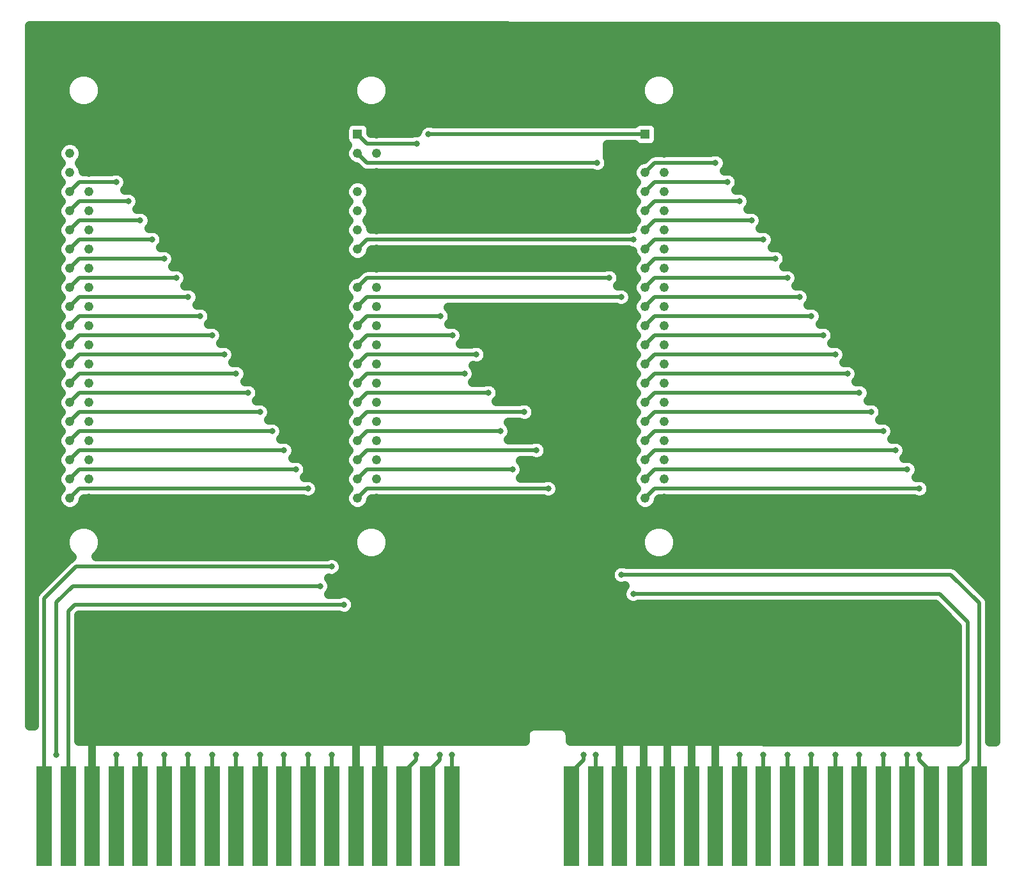
<source format=gtl>
G04 #@! TF.GenerationSoftware,KiCad,Pcbnew,(5.1.10)-1*
G04 #@! TF.CreationDate,2021-09-26T13:37:53-07:00*
G04 #@! TF.ProjectId,m9042-clone,6d393034-322d-4636-9c6f-6e652e6b6963,1*
G04 #@! TF.SameCoordinates,Original*
G04 #@! TF.FileFunction,Copper,L1,Top*
G04 #@! TF.FilePolarity,Positive*
%FSLAX46Y46*%
G04 Gerber Fmt 4.6, Leading zero omitted, Abs format (unit mm)*
G04 Created by KiCad (PCBNEW (5.1.10)-1) date 2021-09-26 13:37:53*
%MOMM*%
%LPD*%
G01*
G04 APERTURE LIST*
G04 #@! TA.AperFunction,ComponentPad*
%ADD10C,1.240000*%
G04 #@! TD*
G04 #@! TA.AperFunction,ComponentPad*
%ADD11R,1.240000X1.240000*%
G04 #@! TD*
G04 #@! TA.AperFunction,ConnectorPad*
%ADD12R,2.032000X13.208000*%
G04 #@! TD*
G04 #@! TA.AperFunction,ViaPad*
%ADD13C,0.800000*%
G04 #@! TD*
G04 #@! TA.AperFunction,ViaPad*
%ADD14C,1.200000*%
G04 #@! TD*
G04 #@! TA.AperFunction,Conductor*
%ADD15C,1.000000*%
G04 #@! TD*
G04 #@! TA.AperFunction,Conductor*
%ADD16C,0.500000*%
G04 #@! TD*
G04 #@! TA.AperFunction,Conductor*
%ADD17C,1.270000*%
G04 #@! TD*
G04 #@! TA.AperFunction,Conductor*
%ADD18C,0.100000*%
G04 #@! TD*
G04 APERTURE END LIST*
D10*
X360680000Y-255016000D03*
X358140000Y-255016000D03*
X360680000Y-252476000D03*
X358140000Y-252476000D03*
X360680000Y-249936000D03*
X358140000Y-249936000D03*
X360680000Y-247396000D03*
X358140000Y-247396000D03*
X360680000Y-244856000D03*
X358140000Y-244856000D03*
X360680000Y-242316000D03*
X358140000Y-242316000D03*
X360680000Y-239776000D03*
X358140000Y-239776000D03*
X360680000Y-237236000D03*
X358140000Y-237236000D03*
X360680000Y-234696000D03*
X358140000Y-234696000D03*
X360680000Y-232156000D03*
X358140000Y-232156000D03*
X360680000Y-229616000D03*
X358140000Y-229616000D03*
X360680000Y-227076000D03*
X358140000Y-227076000D03*
X360680000Y-224536000D03*
X358140000Y-224536000D03*
X360680000Y-221996000D03*
X358140000Y-221996000D03*
X360680000Y-219456000D03*
X358140000Y-219456000D03*
X360680000Y-216916000D03*
X358140000Y-216916000D03*
X360680000Y-214376000D03*
X358140000Y-214376000D03*
X360680000Y-211836000D03*
X358140000Y-211836000D03*
X360680000Y-209296000D03*
X358140000Y-209296000D03*
X360680000Y-206756000D03*
D11*
X358140000Y-206756000D03*
X320040000Y-206756000D03*
D10*
X322580000Y-206756000D03*
X320040000Y-209296000D03*
X322580000Y-209296000D03*
X320040000Y-211836000D03*
X322580000Y-211836000D03*
X320040000Y-214376000D03*
X322580000Y-214376000D03*
X320040000Y-216916000D03*
X322580000Y-216916000D03*
X320040000Y-219456000D03*
X322580000Y-219456000D03*
X320040000Y-221996000D03*
X322580000Y-221996000D03*
X320040000Y-224536000D03*
X322580000Y-224536000D03*
X320040000Y-227076000D03*
X322580000Y-227076000D03*
X320040000Y-229616000D03*
X322580000Y-229616000D03*
X320040000Y-232156000D03*
X322580000Y-232156000D03*
X320040000Y-234696000D03*
X322580000Y-234696000D03*
X320040000Y-237236000D03*
X322580000Y-237236000D03*
X320040000Y-239776000D03*
X322580000Y-239776000D03*
X320040000Y-242316000D03*
X322580000Y-242316000D03*
X320040000Y-244856000D03*
X322580000Y-244856000D03*
X320040000Y-247396000D03*
X322580000Y-247396000D03*
X320040000Y-249936000D03*
X322580000Y-249936000D03*
X320040000Y-252476000D03*
X322580000Y-252476000D03*
X320040000Y-255016000D03*
X322580000Y-255016000D03*
X284480000Y-255016000D03*
X281940000Y-255016000D03*
X284480000Y-252476000D03*
X281940000Y-252476000D03*
X284480000Y-249936000D03*
X281940000Y-249936000D03*
X284480000Y-247396000D03*
X281940000Y-247396000D03*
X284480000Y-244856000D03*
X281940000Y-244856000D03*
X284480000Y-242316000D03*
X281940000Y-242316000D03*
X284480000Y-239776000D03*
X281940000Y-239776000D03*
X284480000Y-237236000D03*
X281940000Y-237236000D03*
X284480000Y-234696000D03*
X281940000Y-234696000D03*
X284480000Y-232156000D03*
X281940000Y-232156000D03*
X284480000Y-229616000D03*
X281940000Y-229616000D03*
X284480000Y-227076000D03*
X281940000Y-227076000D03*
X284480000Y-224536000D03*
X281940000Y-224536000D03*
X284480000Y-221996000D03*
X281940000Y-221996000D03*
X284480000Y-219456000D03*
X281940000Y-219456000D03*
X284480000Y-216916000D03*
X281940000Y-216916000D03*
X284480000Y-214376000D03*
X281940000Y-214376000D03*
X284480000Y-211836000D03*
X281940000Y-211836000D03*
X284480000Y-209296000D03*
X281940000Y-209296000D03*
X284480000Y-206756000D03*
D11*
X281940000Y-206756000D03*
D12*
X278561800Y-297180000D03*
X281736800Y-297180000D03*
X284911800Y-297180000D03*
X288086800Y-297180000D03*
X291261800Y-297180000D03*
X294436800Y-297180000D03*
X297611800Y-297180000D03*
X300786800Y-297180000D03*
X303961800Y-297180000D03*
X307136800Y-297180000D03*
X310311800Y-297180000D03*
X313486800Y-297180000D03*
X316661800Y-297180000D03*
X319836800Y-297180000D03*
X323011800Y-297180000D03*
X326186800Y-297180000D03*
X329361800Y-297180000D03*
X332536800Y-297180000D03*
X402386800Y-297180000D03*
X399211800Y-297180000D03*
X396036800Y-297180000D03*
X392861800Y-297180000D03*
X389686800Y-297180000D03*
X386511800Y-297180000D03*
X383336800Y-297180000D03*
X380161800Y-297180000D03*
X376986800Y-297180000D03*
X373811800Y-297180000D03*
X370636800Y-297180000D03*
X367461800Y-297180000D03*
X364286800Y-297180000D03*
X361111800Y-297180000D03*
X357936800Y-297180000D03*
X354761800Y-297180000D03*
X351586800Y-297180000D03*
X348411800Y-297180000D03*
D13*
X329438000Y-206756000D03*
X327850500Y-208026000D03*
D14*
X329361798Y-286969200D03*
X348411800Y-286969200D03*
X326186798Y-286969200D03*
X396036800Y-287020000D03*
X404139400Y-287020000D03*
X276885400Y-284454600D03*
X283337000Y-271297400D03*
X320421000Y-268097000D03*
X349986600Y-265607800D03*
X365277400Y-276682200D03*
X312724800Y-248488200D03*
X304241200Y-220827600D03*
X337210400Y-215823800D03*
X279273000Y-204520800D03*
X326364600Y-204647800D03*
X401193000Y-204647800D03*
X401269200Y-237413800D03*
X364058200Y-204698600D03*
D13*
X332613000Y-233426000D03*
X331025500Y-230886000D03*
X311899300Y-251206000D03*
X308724300Y-246126000D03*
X305549300Y-241046000D03*
X302374300Y-235966000D03*
X299199300Y-230886000D03*
X296024300Y-225806000D03*
X292849300Y-220726000D03*
X289674300Y-215646000D03*
X315087004Y-266674600D03*
X280162000Y-289052004D03*
X342138000Y-243586000D03*
X343725500Y-248666000D03*
X345313000Y-253746000D03*
X351790000Y-210566000D03*
X353377500Y-225806000D03*
X367461800Y-210566000D03*
X369049300Y-213106000D03*
X372224300Y-218186000D03*
X375399300Y-223266000D03*
X378574300Y-228346000D03*
X381749300Y-233426000D03*
X384924300Y-238506000D03*
X388099300Y-243586000D03*
X391274300Y-248666000D03*
X316611000Y-264109200D03*
X318262000Y-269138400D03*
X288086800Y-289052000D03*
X288086800Y-213106000D03*
X291261800Y-289052000D03*
X291261800Y-218186000D03*
X294436800Y-289052000D03*
X294436800Y-223266000D03*
X297611800Y-289052000D03*
X297611800Y-228346000D03*
X300786800Y-289052000D03*
X300786800Y-233426000D03*
X303961800Y-289052000D03*
X303961800Y-238506000D03*
X307136800Y-289052000D03*
X307136800Y-243586000D03*
X310311800Y-289052000D03*
X310311800Y-248666000D03*
X313486800Y-289052000D03*
X313486800Y-253746000D03*
X316661800Y-289052000D03*
X327774300Y-289052000D03*
X334200500Y-238506000D03*
X330949300Y-289052000D03*
X335788000Y-235966000D03*
X332536800Y-289052000D03*
X337375500Y-241046000D03*
X354965000Y-265176000D03*
X354965000Y-228346000D03*
X356552500Y-267716000D03*
X356552500Y-220726000D03*
X394449300Y-289052000D03*
X394449300Y-253746000D03*
X392861800Y-289052000D03*
X392861800Y-251206000D03*
X389686800Y-289052000D03*
X389686800Y-246126000D03*
X386511800Y-289052000D03*
X386511800Y-241046000D03*
X383336800Y-289052000D03*
X383336800Y-235966000D03*
X380161800Y-289052000D03*
X380161800Y-230886000D03*
X376986800Y-289052000D03*
X376986800Y-225806000D03*
X373811800Y-289052000D03*
X373811800Y-220726000D03*
X370636800Y-289052000D03*
X370636800Y-215646000D03*
X351586800Y-289052000D03*
X340550500Y-251206000D03*
X349999300Y-289052000D03*
X338963000Y-246126000D03*
D15*
X358140000Y-209296000D02*
X360680000Y-209296000D01*
X284911800Y-291338000D02*
X284911800Y-286969200D01*
X319836800Y-291338000D02*
X319836800Y-286867600D01*
X323011800Y-291338000D02*
X323011800Y-286943800D01*
X354761800Y-291338000D02*
X354761800Y-286664400D01*
X357936800Y-291338000D02*
X357936800Y-286664400D01*
X361111800Y-291338000D02*
X361111800Y-286664400D01*
X364286800Y-291338000D02*
X364286800Y-286664400D01*
X367461800Y-291338000D02*
X367461800Y-286664400D01*
D16*
X321310000Y-233426000D02*
X320040000Y-234696000D01*
X332613000Y-233426000D02*
X321310000Y-233426000D01*
X321310000Y-230886000D02*
X320040000Y-232156000D01*
X331025500Y-230886000D02*
X321310000Y-230886000D01*
X321310000Y-208026000D02*
X320040000Y-206756000D01*
X327850500Y-208026000D02*
X321310000Y-208026000D01*
X283210000Y-251206000D02*
X281940000Y-252476000D01*
X311899300Y-251206000D02*
X283210000Y-251206000D01*
X283210000Y-246126000D02*
X281940000Y-247396000D01*
X308724300Y-246126000D02*
X283210000Y-246126000D01*
X283210000Y-241046000D02*
X281940000Y-242316000D01*
X305549300Y-241046000D02*
X283210000Y-241046000D01*
X283210000Y-235966000D02*
X281940000Y-237236000D01*
X302374300Y-235966000D02*
X283210000Y-235966000D01*
X283210000Y-230886000D02*
X281940000Y-232156000D01*
X299199300Y-230886000D02*
X283210000Y-230886000D01*
X283210000Y-225806000D02*
X281940000Y-227076000D01*
X296024300Y-225806000D02*
X283210000Y-225806000D01*
X283210000Y-220726000D02*
X281940000Y-221996000D01*
X292849300Y-220726000D02*
X283210000Y-220726000D01*
X283210000Y-215646000D02*
X281940000Y-216916000D01*
X289674300Y-215646000D02*
X283210000Y-215646000D01*
X282321000Y-266674600D02*
X280162000Y-268833600D01*
X280162000Y-268833600D02*
X280162000Y-289052004D01*
X315087004Y-266674600D02*
X282321000Y-266674600D01*
X321310000Y-243586000D02*
X320040000Y-244856000D01*
X342138000Y-243586000D02*
X321310000Y-243586000D01*
X321310000Y-248666000D02*
X320040000Y-249936000D01*
X343725500Y-248666000D02*
X321310000Y-248666000D01*
X321310000Y-253746000D02*
X320040000Y-255016000D01*
X345313000Y-253746000D02*
X321310000Y-253746000D01*
X321310000Y-210566000D02*
X320040000Y-209296000D01*
X351790000Y-210566000D02*
X321310000Y-210566000D01*
X321310000Y-225806000D02*
X320040000Y-227076000D01*
X353377500Y-225806000D02*
X321310000Y-225806000D01*
X359410000Y-210566000D02*
X358140000Y-211836000D01*
X367461800Y-210566000D02*
X359410000Y-210566000D01*
X359410000Y-213106000D02*
X358140000Y-214376000D01*
X369049300Y-213106000D02*
X359410000Y-213106000D01*
X359410000Y-218186000D02*
X358140000Y-219456000D01*
X372224300Y-218186000D02*
X359410000Y-218186000D01*
X359410000Y-223266000D02*
X358140000Y-224536000D01*
X375399300Y-223266000D02*
X359410000Y-223266000D01*
X359410000Y-228346000D02*
X358140000Y-229616000D01*
X378574300Y-228346000D02*
X359410000Y-228346000D01*
X359410000Y-233426000D02*
X358140000Y-234696000D01*
X381749300Y-233426000D02*
X359410000Y-233426000D01*
X359410000Y-238506000D02*
X358140000Y-239776000D01*
X384924300Y-238506000D02*
X359410000Y-238506000D01*
X359410000Y-243586000D02*
X358140000Y-244856000D01*
X388099300Y-243586000D02*
X359410000Y-243586000D01*
X359410000Y-248666000D02*
X358140000Y-249936000D01*
X391274300Y-248666000D02*
X359410000Y-248666000D01*
X282752800Y-264109200D02*
X316611000Y-264109200D01*
X278561800Y-268300200D02*
X282752800Y-264109200D01*
X278561800Y-291338000D02*
X278561800Y-268300200D01*
X317696315Y-269138400D02*
X318262000Y-269138400D01*
X282575000Y-269138400D02*
X317696315Y-269138400D01*
X281736800Y-269976600D02*
X282575000Y-269138400D01*
X281736800Y-291338000D02*
X281736800Y-269976600D01*
X283210000Y-213106000D02*
X281940000Y-214376000D01*
X288086800Y-213106000D02*
X283210000Y-213106000D01*
X288086800Y-291338000D02*
X288086800Y-289052000D01*
X283210000Y-218186000D02*
X281940000Y-219456000D01*
X291261800Y-218186000D02*
X283210000Y-218186000D01*
X291261800Y-289052000D02*
X291261800Y-291338000D01*
X283210000Y-223266000D02*
X281940000Y-224536000D01*
X294436800Y-223266000D02*
X283210000Y-223266000D01*
X294436800Y-289052000D02*
X294436800Y-291338000D01*
X283210000Y-228346000D02*
X281940000Y-229616000D01*
X297611800Y-228346000D02*
X283210000Y-228346000D01*
X297611800Y-289052000D02*
X297611800Y-291338000D01*
X283210000Y-233426000D02*
X281940000Y-234696000D01*
X300786800Y-233426000D02*
X283210000Y-233426000D01*
X300786800Y-289052000D02*
X300786800Y-291338000D01*
X283210000Y-238506000D02*
X281940000Y-239776000D01*
X303961800Y-238506000D02*
X283210000Y-238506000D01*
X303961800Y-289052000D02*
X303961800Y-291338000D01*
X283210000Y-243586000D02*
X281940000Y-244856000D01*
X307136800Y-243586000D02*
X283210000Y-243586000D01*
X307136800Y-289052000D02*
X307136800Y-291338000D01*
X283210000Y-248666000D02*
X281940000Y-249936000D01*
X310311800Y-248666000D02*
X283210000Y-248666000D01*
X310311800Y-289052000D02*
X310311800Y-291338000D01*
X283210000Y-253746000D02*
X281940000Y-255016000D01*
X313486800Y-253746000D02*
X283210000Y-253746000D01*
X313486800Y-289052000D02*
X313486800Y-291338000D01*
X316661800Y-291338000D02*
X316661800Y-289052000D01*
X358140000Y-206756000D02*
X329438000Y-206756000D01*
X321310000Y-238506000D02*
X320040000Y-239776000D01*
X334200500Y-238506000D02*
X321310000Y-238506000D01*
X327774300Y-289750500D02*
X326186800Y-291338000D01*
X327774300Y-289052000D02*
X327774300Y-289750500D01*
X321310000Y-235966000D02*
X320040000Y-237236000D01*
X335788000Y-235966000D02*
X321310000Y-235966000D01*
X330949300Y-289750500D02*
X329361800Y-291338000D01*
X330949300Y-289052000D02*
X330949300Y-289750500D01*
X321310000Y-241046000D02*
X320040000Y-242316000D01*
X337375500Y-241046000D02*
X321310000Y-241046000D01*
X332536800Y-291338000D02*
X332536800Y-289052000D01*
X321310000Y-228346000D02*
X320040000Y-229616000D01*
X354965000Y-228346000D02*
X321310000Y-228346000D01*
X354965000Y-265176000D02*
X398627600Y-265176000D01*
X402386800Y-268935200D02*
X402386800Y-291338000D01*
X398627600Y-265176000D02*
X402386800Y-268935200D01*
X321310000Y-220726000D02*
X320040000Y-221996000D01*
X356552500Y-220726000D02*
X321310000Y-220726000D01*
X400837400Y-289712400D02*
X399211800Y-291338000D01*
X400837400Y-271424400D02*
X400837400Y-289712400D01*
X397129000Y-267716000D02*
X400837400Y-271424400D01*
X356552500Y-267716000D02*
X397129000Y-267716000D01*
X359410000Y-253746000D02*
X358140000Y-255016000D01*
X394449300Y-289750500D02*
X396036800Y-291338000D01*
X394449300Y-289052000D02*
X394449300Y-289750500D01*
X359410000Y-253746000D02*
X394449300Y-253746000D01*
X359410000Y-251206000D02*
X358140000Y-252476000D01*
X392861800Y-251206000D02*
X359410000Y-251206000D01*
X392861800Y-289052000D02*
X392861800Y-291338000D01*
X359410000Y-246126000D02*
X358140000Y-247396000D01*
X389686800Y-246126000D02*
X359410000Y-246126000D01*
X389686800Y-289052000D02*
X389686800Y-291338000D01*
X359410000Y-241046000D02*
X358140000Y-242316000D01*
X386511800Y-241046000D02*
X359410000Y-241046000D01*
X386511800Y-289052000D02*
X386511800Y-291338000D01*
X359410000Y-235966000D02*
X358140000Y-237236000D01*
X383336800Y-235966000D02*
X359410000Y-235966000D01*
X383336800Y-289052000D02*
X383336800Y-291338000D01*
X359410000Y-230886000D02*
X358140000Y-232156000D01*
X380161800Y-230886000D02*
X359410000Y-230886000D01*
X380161800Y-289052000D02*
X380161800Y-291338000D01*
X359410000Y-225806000D02*
X358140000Y-227076000D01*
X376986800Y-225806000D02*
X359410000Y-225806000D01*
X376986800Y-289052000D02*
X376986800Y-291338000D01*
X359410000Y-220726000D02*
X358140000Y-221996000D01*
X373811800Y-220726000D02*
X359410000Y-220726000D01*
X373811800Y-289052000D02*
X373811800Y-291338000D01*
X359410000Y-215646000D02*
X358140000Y-216916000D01*
X370636800Y-215646000D02*
X359410000Y-215646000D01*
X370636800Y-289052000D02*
X370636800Y-291338000D01*
X351586800Y-291338000D02*
X351586800Y-289052000D01*
X321310000Y-251206000D02*
X320040000Y-252476000D01*
X340550500Y-251206000D02*
X321310000Y-251206000D01*
X321310000Y-246126000D02*
X320040000Y-247396000D01*
X338963000Y-246126000D02*
X321310000Y-246126000D01*
X349999300Y-289750500D02*
X348411800Y-291338000D01*
X349999300Y-289052000D02*
X349999300Y-289750500D01*
D17*
X404495000Y-192430213D02*
X404495000Y-287248366D01*
X403779800Y-287248102D01*
X403779800Y-269003631D01*
X403786540Y-268935200D01*
X403759644Y-268662124D01*
X403679991Y-268399542D01*
X403550641Y-268157546D01*
X403420188Y-267998588D01*
X403420185Y-267998585D01*
X403376565Y-267945434D01*
X403323415Y-267901815D01*
X399660998Y-264239400D01*
X399617366Y-264186234D01*
X399405254Y-264012159D01*
X399163257Y-263882809D01*
X398900676Y-263803156D01*
X398696031Y-263783000D01*
X398627600Y-263776260D01*
X398559169Y-263783000D01*
X355634054Y-263783000D01*
X355415077Y-263692297D01*
X355116972Y-263633000D01*
X354813028Y-263633000D01*
X354514923Y-263692297D01*
X354234115Y-263808611D01*
X353981395Y-263977474D01*
X353766474Y-264192395D01*
X353597611Y-264445115D01*
X353481297Y-264725923D01*
X353422000Y-265024028D01*
X353422000Y-265327972D01*
X353481297Y-265626077D01*
X353597611Y-265906885D01*
X353766474Y-266159605D01*
X353981395Y-266374526D01*
X354234115Y-266543389D01*
X354514923Y-266659703D01*
X354813028Y-266719000D01*
X355116972Y-266719000D01*
X355415077Y-266659703D01*
X355434861Y-266651508D01*
X355353974Y-266732395D01*
X355185111Y-266985115D01*
X355068797Y-267265923D01*
X355009500Y-267564028D01*
X355009500Y-267867972D01*
X355068797Y-268166077D01*
X355185111Y-268446885D01*
X355353974Y-268699605D01*
X355568895Y-268914526D01*
X355821615Y-269083389D01*
X356102423Y-269199703D01*
X356400528Y-269259000D01*
X356704472Y-269259000D01*
X357002577Y-269199703D01*
X357221554Y-269109000D01*
X396552002Y-269109000D01*
X399444400Y-272001400D01*
X399444401Y-287246504D01*
X348170500Y-287227605D01*
X348170500Y-286444263D01*
X348176337Y-286385000D01*
X348153042Y-286148485D01*
X348084053Y-285921059D01*
X347972021Y-285711462D01*
X347821252Y-285527748D01*
X347637538Y-285376979D01*
X347427941Y-285264947D01*
X347200515Y-285195958D01*
X347023263Y-285178500D01*
X346964000Y-285172663D01*
X346904737Y-285178500D01*
X343467263Y-285178500D01*
X343408000Y-285172663D01*
X343348737Y-285178500D01*
X343171485Y-285195958D01*
X342944059Y-285264947D01*
X342734462Y-285376979D01*
X342550748Y-285527748D01*
X342399979Y-285711462D01*
X342287947Y-285921059D01*
X342218958Y-286148485D01*
X342195663Y-286385000D01*
X342201501Y-286444273D01*
X342201500Y-287225405D01*
X283129800Y-287203632D01*
X283129800Y-270553598D01*
X283151998Y-270531400D01*
X317592946Y-270531400D01*
X317811923Y-270622103D01*
X318110028Y-270681400D01*
X318413972Y-270681400D01*
X318712077Y-270622103D01*
X318992885Y-270505789D01*
X319245605Y-270336926D01*
X319460526Y-270122005D01*
X319629389Y-269869285D01*
X319745703Y-269588477D01*
X319805000Y-269290372D01*
X319805000Y-268986428D01*
X319745703Y-268688323D01*
X319629389Y-268407515D01*
X319460526Y-268154795D01*
X319245605Y-267939874D01*
X318992885Y-267771011D01*
X318712077Y-267654697D01*
X318413972Y-267595400D01*
X318110028Y-267595400D01*
X317811923Y-267654697D01*
X317592946Y-267745400D01*
X316198335Y-267745400D01*
X316285530Y-267658205D01*
X316454393Y-267405485D01*
X316570707Y-267124677D01*
X316630004Y-266826572D01*
X316630004Y-266522628D01*
X316570707Y-266224523D01*
X316454393Y-265943715D01*
X316285530Y-265690995D01*
X316194022Y-265599487D01*
X316459028Y-265652200D01*
X316762972Y-265652200D01*
X317061077Y-265592903D01*
X317341885Y-265476589D01*
X317594605Y-265307726D01*
X317809526Y-265092805D01*
X317978389Y-264840085D01*
X318094703Y-264559277D01*
X318154000Y-264261172D01*
X318154000Y-263957228D01*
X318094703Y-263659123D01*
X317978389Y-263378315D01*
X317809526Y-263125595D01*
X317594605Y-262910674D01*
X317341885Y-262741811D01*
X317061077Y-262625497D01*
X316762972Y-262566200D01*
X316459028Y-262566200D01*
X316160923Y-262625497D01*
X315941946Y-262716200D01*
X285398363Y-262716200D01*
X285672556Y-262442007D01*
X285944837Y-262034510D01*
X286132387Y-261581723D01*
X286228000Y-261101047D01*
X286228000Y-260610953D01*
X319352000Y-260610953D01*
X319352000Y-261101047D01*
X319447613Y-261581723D01*
X319635163Y-262034510D01*
X319907444Y-262442007D01*
X320253993Y-262788556D01*
X320661490Y-263060837D01*
X321114277Y-263248387D01*
X321594953Y-263344000D01*
X322085047Y-263344000D01*
X322565723Y-263248387D01*
X323018510Y-263060837D01*
X323426007Y-262788556D01*
X323772556Y-262442007D01*
X324044837Y-262034510D01*
X324232387Y-261581723D01*
X324328000Y-261101047D01*
X324328000Y-260610953D01*
X357452000Y-260610953D01*
X357452000Y-261101047D01*
X357547613Y-261581723D01*
X357735163Y-262034510D01*
X358007444Y-262442007D01*
X358353993Y-262788556D01*
X358761490Y-263060837D01*
X359214277Y-263248387D01*
X359694953Y-263344000D01*
X360185047Y-263344000D01*
X360665723Y-263248387D01*
X361118510Y-263060837D01*
X361526007Y-262788556D01*
X361872556Y-262442007D01*
X362144837Y-262034510D01*
X362332387Y-261581723D01*
X362428000Y-261101047D01*
X362428000Y-260610953D01*
X362332387Y-260130277D01*
X362144837Y-259677490D01*
X361872556Y-259269993D01*
X361526007Y-258923444D01*
X361118510Y-258651163D01*
X360665723Y-258463613D01*
X360185047Y-258368000D01*
X359694953Y-258368000D01*
X359214277Y-258463613D01*
X358761490Y-258651163D01*
X358353993Y-258923444D01*
X358007444Y-259269993D01*
X357735163Y-259677490D01*
X357547613Y-260130277D01*
X357452000Y-260610953D01*
X324328000Y-260610953D01*
X324232387Y-260130277D01*
X324044837Y-259677490D01*
X323772556Y-259269993D01*
X323426007Y-258923444D01*
X323018510Y-258651163D01*
X322565723Y-258463613D01*
X322085047Y-258368000D01*
X321594953Y-258368000D01*
X321114277Y-258463613D01*
X320661490Y-258651163D01*
X320253993Y-258923444D01*
X319907444Y-259269993D01*
X319635163Y-259677490D01*
X319447613Y-260130277D01*
X319352000Y-260610953D01*
X286228000Y-260610953D01*
X286132387Y-260130277D01*
X285944837Y-259677490D01*
X285672556Y-259269993D01*
X285326007Y-258923444D01*
X284918510Y-258651163D01*
X284465723Y-258463613D01*
X283985047Y-258368000D01*
X283494953Y-258368000D01*
X283014277Y-258463613D01*
X282561490Y-258651163D01*
X282153993Y-258923444D01*
X281807444Y-259269993D01*
X281535163Y-259677490D01*
X281347613Y-260130277D01*
X281252000Y-260610953D01*
X281252000Y-261101047D01*
X281347613Y-261581723D01*
X281535163Y-262034510D01*
X281807444Y-262442007D01*
X282153993Y-262788556D01*
X282204885Y-262822561D01*
X281975146Y-262945359D01*
X281763034Y-263119434D01*
X281719406Y-263172595D01*
X277625195Y-267266807D01*
X277572035Y-267310434D01*
X277463304Y-267442924D01*
X277397959Y-267522547D01*
X277268610Y-267764543D01*
X277188956Y-268027125D01*
X277162060Y-268300200D01*
X277168801Y-268368641D01*
X277168800Y-285178060D01*
X277114000Y-285172663D01*
X277054737Y-285178500D01*
X276555200Y-285178500D01*
X276555200Y-209122360D01*
X280177000Y-209122360D01*
X280177000Y-209469640D01*
X280244751Y-209810248D01*
X280377650Y-210131093D01*
X280570589Y-210419847D01*
X280716742Y-210566000D01*
X280570589Y-210712153D01*
X280377650Y-211000907D01*
X280244751Y-211321752D01*
X280177000Y-211662360D01*
X280177000Y-212009640D01*
X280244751Y-212350248D01*
X280377650Y-212671093D01*
X280570589Y-212959847D01*
X280716742Y-213106000D01*
X280570589Y-213252153D01*
X280377650Y-213540907D01*
X280244751Y-213861752D01*
X280177000Y-214202360D01*
X280177000Y-214549640D01*
X280244751Y-214890248D01*
X280377650Y-215211093D01*
X280570589Y-215499847D01*
X280716742Y-215646000D01*
X280570589Y-215792153D01*
X280377650Y-216080907D01*
X280244751Y-216401752D01*
X280177000Y-216742360D01*
X280177000Y-217089640D01*
X280244751Y-217430248D01*
X280377650Y-217751093D01*
X280570589Y-218039847D01*
X280716742Y-218186000D01*
X280570589Y-218332153D01*
X280377650Y-218620907D01*
X280244751Y-218941752D01*
X280177000Y-219282360D01*
X280177000Y-219629640D01*
X280244751Y-219970248D01*
X280377650Y-220291093D01*
X280570589Y-220579847D01*
X280716742Y-220726000D01*
X280570589Y-220872153D01*
X280377650Y-221160907D01*
X280244751Y-221481752D01*
X280177000Y-221822360D01*
X280177000Y-222169640D01*
X280244751Y-222510248D01*
X280377650Y-222831093D01*
X280570589Y-223119847D01*
X280716742Y-223266000D01*
X280570589Y-223412153D01*
X280377650Y-223700907D01*
X280244751Y-224021752D01*
X280177000Y-224362360D01*
X280177000Y-224709640D01*
X280244751Y-225050248D01*
X280377650Y-225371093D01*
X280570589Y-225659847D01*
X280716742Y-225806000D01*
X280570589Y-225952153D01*
X280377650Y-226240907D01*
X280244751Y-226561752D01*
X280177000Y-226902360D01*
X280177000Y-227249640D01*
X280244751Y-227590248D01*
X280377650Y-227911093D01*
X280570589Y-228199847D01*
X280716742Y-228346000D01*
X280570589Y-228492153D01*
X280377650Y-228780907D01*
X280244751Y-229101752D01*
X280177000Y-229442360D01*
X280177000Y-229789640D01*
X280244751Y-230130248D01*
X280377650Y-230451093D01*
X280570589Y-230739847D01*
X280716742Y-230886000D01*
X280570589Y-231032153D01*
X280377650Y-231320907D01*
X280244751Y-231641752D01*
X280177000Y-231982360D01*
X280177000Y-232329640D01*
X280244751Y-232670248D01*
X280377650Y-232991093D01*
X280570589Y-233279847D01*
X280716742Y-233426000D01*
X280570589Y-233572153D01*
X280377650Y-233860907D01*
X280244751Y-234181752D01*
X280177000Y-234522360D01*
X280177000Y-234869640D01*
X280244751Y-235210248D01*
X280377650Y-235531093D01*
X280570589Y-235819847D01*
X280716742Y-235966000D01*
X280570589Y-236112153D01*
X280377650Y-236400907D01*
X280244751Y-236721752D01*
X280177000Y-237062360D01*
X280177000Y-237409640D01*
X280244751Y-237750248D01*
X280377650Y-238071093D01*
X280570589Y-238359847D01*
X280716742Y-238506000D01*
X280570589Y-238652153D01*
X280377650Y-238940907D01*
X280244751Y-239261752D01*
X280177000Y-239602360D01*
X280177000Y-239949640D01*
X280244751Y-240290248D01*
X280377650Y-240611093D01*
X280570589Y-240899847D01*
X280716742Y-241046000D01*
X280570589Y-241192153D01*
X280377650Y-241480907D01*
X280244751Y-241801752D01*
X280177000Y-242142360D01*
X280177000Y-242489640D01*
X280244751Y-242830248D01*
X280377650Y-243151093D01*
X280570589Y-243439847D01*
X280716742Y-243586000D01*
X280570589Y-243732153D01*
X280377650Y-244020907D01*
X280244751Y-244341752D01*
X280177000Y-244682360D01*
X280177000Y-245029640D01*
X280244751Y-245370248D01*
X280377650Y-245691093D01*
X280570589Y-245979847D01*
X280716742Y-246126000D01*
X280570589Y-246272153D01*
X280377650Y-246560907D01*
X280244751Y-246881752D01*
X280177000Y-247222360D01*
X280177000Y-247569640D01*
X280244751Y-247910248D01*
X280377650Y-248231093D01*
X280570589Y-248519847D01*
X280716742Y-248666000D01*
X280570589Y-248812153D01*
X280377650Y-249100907D01*
X280244751Y-249421752D01*
X280177000Y-249762360D01*
X280177000Y-250109640D01*
X280244751Y-250450248D01*
X280377650Y-250771093D01*
X280570589Y-251059847D01*
X280716742Y-251206000D01*
X280570589Y-251352153D01*
X280377650Y-251640907D01*
X280244751Y-251961752D01*
X280177000Y-252302360D01*
X280177000Y-252649640D01*
X280244751Y-252990248D01*
X280377650Y-253311093D01*
X280570589Y-253599847D01*
X280716742Y-253746000D01*
X280570589Y-253892153D01*
X280377650Y-254180907D01*
X280244751Y-254501752D01*
X280177000Y-254842360D01*
X280177000Y-255189640D01*
X280244751Y-255530248D01*
X280377650Y-255851093D01*
X280570589Y-256139847D01*
X280816153Y-256385411D01*
X281104907Y-256578350D01*
X281425752Y-256711249D01*
X281766360Y-256779000D01*
X282113640Y-256779000D01*
X282454248Y-256711249D01*
X282775093Y-256578350D01*
X283063847Y-256385411D01*
X283309411Y-256139847D01*
X283502350Y-255851093D01*
X283635249Y-255530248D01*
X283694717Y-255231282D01*
X283786999Y-255139000D01*
X312817746Y-255139000D01*
X313036723Y-255229703D01*
X313334828Y-255289000D01*
X313638772Y-255289000D01*
X313936877Y-255229703D01*
X314217685Y-255113389D01*
X314470405Y-254944526D01*
X314685326Y-254729605D01*
X314854189Y-254476885D01*
X314970503Y-254196077D01*
X315029800Y-253897972D01*
X315029800Y-253594028D01*
X314970503Y-253295923D01*
X314854189Y-253015115D01*
X314685326Y-252762395D01*
X314470405Y-252547474D01*
X314217685Y-252378611D01*
X313936877Y-252262297D01*
X313638772Y-252203000D01*
X313334828Y-252203000D01*
X313036723Y-252262297D01*
X313016939Y-252270492D01*
X313097826Y-252189605D01*
X313266689Y-251936885D01*
X313383003Y-251656077D01*
X313442300Y-251357972D01*
X313442300Y-251054028D01*
X313383003Y-250755923D01*
X313266689Y-250475115D01*
X313097826Y-250222395D01*
X312882905Y-250007474D01*
X312630185Y-249838611D01*
X312349377Y-249722297D01*
X312051272Y-249663000D01*
X311747328Y-249663000D01*
X311449223Y-249722297D01*
X311429439Y-249730492D01*
X311510326Y-249649605D01*
X311679189Y-249396885D01*
X311795503Y-249116077D01*
X311854800Y-248817972D01*
X311854800Y-248514028D01*
X311795503Y-248215923D01*
X311679189Y-247935115D01*
X311510326Y-247682395D01*
X311295405Y-247467474D01*
X311042685Y-247298611D01*
X310761877Y-247182297D01*
X310463772Y-247123000D01*
X310159828Y-247123000D01*
X309861723Y-247182297D01*
X309841939Y-247190492D01*
X309922826Y-247109605D01*
X310091689Y-246856885D01*
X310208003Y-246576077D01*
X310267300Y-246277972D01*
X310267300Y-245974028D01*
X310208003Y-245675923D01*
X310091689Y-245395115D01*
X309922826Y-245142395D01*
X309707905Y-244927474D01*
X309455185Y-244758611D01*
X309174377Y-244642297D01*
X308876272Y-244583000D01*
X308572328Y-244583000D01*
X308274223Y-244642297D01*
X308254439Y-244650492D01*
X308335326Y-244569605D01*
X308504189Y-244316885D01*
X308620503Y-244036077D01*
X308679800Y-243737972D01*
X308679800Y-243434028D01*
X308620503Y-243135923D01*
X308504189Y-242855115D01*
X308335326Y-242602395D01*
X308120405Y-242387474D01*
X307867685Y-242218611D01*
X307586877Y-242102297D01*
X307288772Y-242043000D01*
X306984828Y-242043000D01*
X306686723Y-242102297D01*
X306666939Y-242110492D01*
X306747826Y-242029605D01*
X306916689Y-241776885D01*
X307033003Y-241496077D01*
X307092300Y-241197972D01*
X307092300Y-240894028D01*
X307033003Y-240595923D01*
X306916689Y-240315115D01*
X306747826Y-240062395D01*
X306532905Y-239847474D01*
X306280185Y-239678611D01*
X305999377Y-239562297D01*
X305701272Y-239503000D01*
X305397328Y-239503000D01*
X305099223Y-239562297D01*
X305079439Y-239570492D01*
X305160326Y-239489605D01*
X305329189Y-239236885D01*
X305445503Y-238956077D01*
X305504800Y-238657972D01*
X305504800Y-238354028D01*
X305445503Y-238055923D01*
X305329189Y-237775115D01*
X305160326Y-237522395D01*
X304945405Y-237307474D01*
X304692685Y-237138611D01*
X304411877Y-237022297D01*
X304113772Y-236963000D01*
X303809828Y-236963000D01*
X303511723Y-237022297D01*
X303491939Y-237030492D01*
X303572826Y-236949605D01*
X303741689Y-236696885D01*
X303858003Y-236416077D01*
X303917300Y-236117972D01*
X303917300Y-235814028D01*
X303858003Y-235515923D01*
X303741689Y-235235115D01*
X303572826Y-234982395D01*
X303357905Y-234767474D01*
X303105185Y-234598611D01*
X302824377Y-234482297D01*
X302526272Y-234423000D01*
X302222328Y-234423000D01*
X301924223Y-234482297D01*
X301904439Y-234490492D01*
X301985326Y-234409605D01*
X302154189Y-234156885D01*
X302270503Y-233876077D01*
X302329800Y-233577972D01*
X302329800Y-233274028D01*
X302270503Y-232975923D01*
X302154189Y-232695115D01*
X301985326Y-232442395D01*
X301770405Y-232227474D01*
X301517685Y-232058611D01*
X301236877Y-231942297D01*
X300938772Y-231883000D01*
X300634828Y-231883000D01*
X300336723Y-231942297D01*
X300316939Y-231950492D01*
X300397826Y-231869605D01*
X300566689Y-231616885D01*
X300683003Y-231336077D01*
X300742300Y-231037972D01*
X300742300Y-230734028D01*
X300683003Y-230435923D01*
X300566689Y-230155115D01*
X300397826Y-229902395D01*
X300182905Y-229687474D01*
X299930185Y-229518611D01*
X299649377Y-229402297D01*
X299351272Y-229343000D01*
X299047328Y-229343000D01*
X298749223Y-229402297D01*
X298729439Y-229410492D01*
X298810326Y-229329605D01*
X298979189Y-229076885D01*
X299095503Y-228796077D01*
X299154800Y-228497972D01*
X299154800Y-228194028D01*
X299095503Y-227895923D01*
X298979189Y-227615115D01*
X298810326Y-227362395D01*
X298595405Y-227147474D01*
X298342685Y-226978611D01*
X298158599Y-226902360D01*
X318277000Y-226902360D01*
X318277000Y-227249640D01*
X318344751Y-227590248D01*
X318477650Y-227911093D01*
X318670589Y-228199847D01*
X318816742Y-228346000D01*
X318670589Y-228492153D01*
X318477650Y-228780907D01*
X318344751Y-229101752D01*
X318277000Y-229442360D01*
X318277000Y-229789640D01*
X318344751Y-230130248D01*
X318477650Y-230451093D01*
X318670589Y-230739847D01*
X318816742Y-230886000D01*
X318670589Y-231032153D01*
X318477650Y-231320907D01*
X318344751Y-231641752D01*
X318277000Y-231982360D01*
X318277000Y-232329640D01*
X318344751Y-232670248D01*
X318477650Y-232991093D01*
X318670589Y-233279847D01*
X318816742Y-233426000D01*
X318670589Y-233572153D01*
X318477650Y-233860907D01*
X318344751Y-234181752D01*
X318277000Y-234522360D01*
X318277000Y-234869640D01*
X318344751Y-235210248D01*
X318477650Y-235531093D01*
X318670589Y-235819847D01*
X318816742Y-235966000D01*
X318670589Y-236112153D01*
X318477650Y-236400907D01*
X318344751Y-236721752D01*
X318277000Y-237062360D01*
X318277000Y-237409640D01*
X318344751Y-237750248D01*
X318477650Y-238071093D01*
X318670589Y-238359847D01*
X318816742Y-238506000D01*
X318670589Y-238652153D01*
X318477650Y-238940907D01*
X318344751Y-239261752D01*
X318277000Y-239602360D01*
X318277000Y-239949640D01*
X318344751Y-240290248D01*
X318477650Y-240611093D01*
X318670589Y-240899847D01*
X318816742Y-241046000D01*
X318670589Y-241192153D01*
X318477650Y-241480907D01*
X318344751Y-241801752D01*
X318277000Y-242142360D01*
X318277000Y-242489640D01*
X318344751Y-242830248D01*
X318477650Y-243151093D01*
X318670589Y-243439847D01*
X318816742Y-243586000D01*
X318670589Y-243732153D01*
X318477650Y-244020907D01*
X318344751Y-244341752D01*
X318277000Y-244682360D01*
X318277000Y-245029640D01*
X318344751Y-245370248D01*
X318477650Y-245691093D01*
X318670589Y-245979847D01*
X318816742Y-246126000D01*
X318670589Y-246272153D01*
X318477650Y-246560907D01*
X318344751Y-246881752D01*
X318277000Y-247222360D01*
X318277000Y-247569640D01*
X318344751Y-247910248D01*
X318477650Y-248231093D01*
X318670589Y-248519847D01*
X318816742Y-248666000D01*
X318670589Y-248812153D01*
X318477650Y-249100907D01*
X318344751Y-249421752D01*
X318277000Y-249762360D01*
X318277000Y-250109640D01*
X318344751Y-250450248D01*
X318477650Y-250771093D01*
X318670589Y-251059847D01*
X318816742Y-251206000D01*
X318670589Y-251352153D01*
X318477650Y-251640907D01*
X318344751Y-251961752D01*
X318277000Y-252302360D01*
X318277000Y-252649640D01*
X318344751Y-252990248D01*
X318477650Y-253311093D01*
X318670589Y-253599847D01*
X318816742Y-253746000D01*
X318670589Y-253892153D01*
X318477650Y-254180907D01*
X318344751Y-254501752D01*
X318277000Y-254842360D01*
X318277000Y-255189640D01*
X318344751Y-255530248D01*
X318477650Y-255851093D01*
X318670589Y-256139847D01*
X318916153Y-256385411D01*
X319204907Y-256578350D01*
X319525752Y-256711249D01*
X319866360Y-256779000D01*
X320213640Y-256779000D01*
X320554248Y-256711249D01*
X320875093Y-256578350D01*
X321163847Y-256385411D01*
X321409411Y-256139847D01*
X321602350Y-255851093D01*
X321735249Y-255530248D01*
X321794717Y-255231282D01*
X321886999Y-255139000D01*
X344643946Y-255139000D01*
X344862923Y-255229703D01*
X345161028Y-255289000D01*
X345464972Y-255289000D01*
X345763077Y-255229703D01*
X346043885Y-255113389D01*
X346296605Y-254944526D01*
X346511526Y-254729605D01*
X346680389Y-254476885D01*
X346796703Y-254196077D01*
X346856000Y-253897972D01*
X346856000Y-253594028D01*
X346796703Y-253295923D01*
X346680389Y-253015115D01*
X346511526Y-252762395D01*
X346296605Y-252547474D01*
X346043885Y-252378611D01*
X345763077Y-252262297D01*
X345464972Y-252203000D01*
X345161028Y-252203000D01*
X344862923Y-252262297D01*
X344643946Y-252353000D01*
X341585631Y-252353000D01*
X341749026Y-252189605D01*
X341917889Y-251936885D01*
X342034203Y-251656077D01*
X342093500Y-251357972D01*
X342093500Y-251054028D01*
X342034203Y-250755923D01*
X341917889Y-250475115D01*
X341749026Y-250222395D01*
X341585631Y-250059000D01*
X343056446Y-250059000D01*
X343275423Y-250149703D01*
X343573528Y-250209000D01*
X343877472Y-250209000D01*
X344175577Y-250149703D01*
X344456385Y-250033389D01*
X344709105Y-249864526D01*
X344924026Y-249649605D01*
X345092889Y-249396885D01*
X345209203Y-249116077D01*
X345268500Y-248817972D01*
X345268500Y-248514028D01*
X345209203Y-248215923D01*
X345092889Y-247935115D01*
X344924026Y-247682395D01*
X344709105Y-247467474D01*
X344456385Y-247298611D01*
X344175577Y-247182297D01*
X343877472Y-247123000D01*
X343573528Y-247123000D01*
X343275423Y-247182297D01*
X343056446Y-247273000D01*
X339998131Y-247273000D01*
X340161526Y-247109605D01*
X340330389Y-246856885D01*
X340446703Y-246576077D01*
X340506000Y-246277972D01*
X340506000Y-245974028D01*
X340446703Y-245675923D01*
X340330389Y-245395115D01*
X340161526Y-245142395D01*
X339998131Y-244979000D01*
X341468946Y-244979000D01*
X341687923Y-245069703D01*
X341986028Y-245129000D01*
X342289972Y-245129000D01*
X342588077Y-245069703D01*
X342868885Y-244953389D01*
X343121605Y-244784526D01*
X343336526Y-244569605D01*
X343505389Y-244316885D01*
X343621703Y-244036077D01*
X343681000Y-243737972D01*
X343681000Y-243434028D01*
X343621703Y-243135923D01*
X343505389Y-242855115D01*
X343336526Y-242602395D01*
X343121605Y-242387474D01*
X342868885Y-242218611D01*
X342588077Y-242102297D01*
X342289972Y-242043000D01*
X341986028Y-242043000D01*
X341687923Y-242102297D01*
X341468946Y-242193000D01*
X338410631Y-242193000D01*
X338574026Y-242029605D01*
X338742889Y-241776885D01*
X338859203Y-241496077D01*
X338918500Y-241197972D01*
X338918500Y-240894028D01*
X338859203Y-240595923D01*
X338742889Y-240315115D01*
X338574026Y-240062395D01*
X338359105Y-239847474D01*
X338106385Y-239678611D01*
X337825577Y-239562297D01*
X337527472Y-239503000D01*
X337223528Y-239503000D01*
X336925423Y-239562297D01*
X336706446Y-239653000D01*
X335235631Y-239653000D01*
X335399026Y-239489605D01*
X335567889Y-239236885D01*
X335684203Y-238956077D01*
X335743500Y-238657972D01*
X335743500Y-238354028D01*
X335684203Y-238055923D01*
X335567889Y-237775115D01*
X335399026Y-237522395D01*
X335318139Y-237441508D01*
X335337923Y-237449703D01*
X335636028Y-237509000D01*
X335939972Y-237509000D01*
X336238077Y-237449703D01*
X336518885Y-237333389D01*
X336771605Y-237164526D01*
X336986526Y-236949605D01*
X337155389Y-236696885D01*
X337271703Y-236416077D01*
X337331000Y-236117972D01*
X337331000Y-235814028D01*
X337271703Y-235515923D01*
X337155389Y-235235115D01*
X336986526Y-234982395D01*
X336771605Y-234767474D01*
X336518885Y-234598611D01*
X336238077Y-234482297D01*
X335939972Y-234423000D01*
X335636028Y-234423000D01*
X335337923Y-234482297D01*
X335118946Y-234573000D01*
X333648131Y-234573000D01*
X333811526Y-234409605D01*
X333980389Y-234156885D01*
X334096703Y-233876077D01*
X334156000Y-233577972D01*
X334156000Y-233274028D01*
X334096703Y-232975923D01*
X333980389Y-232695115D01*
X333811526Y-232442395D01*
X333596605Y-232227474D01*
X333343885Y-232058611D01*
X333063077Y-231942297D01*
X332764972Y-231883000D01*
X332461028Y-231883000D01*
X332162923Y-231942297D01*
X332143139Y-231950492D01*
X332224026Y-231869605D01*
X332392889Y-231616885D01*
X332509203Y-231336077D01*
X332568500Y-231037972D01*
X332568500Y-230734028D01*
X332509203Y-230435923D01*
X332392889Y-230155115D01*
X332224026Y-229902395D01*
X332060631Y-229739000D01*
X354295946Y-229739000D01*
X354514923Y-229829703D01*
X354813028Y-229889000D01*
X355116972Y-229889000D01*
X355415077Y-229829703D01*
X355695885Y-229713389D01*
X355948605Y-229544526D01*
X356163526Y-229329605D01*
X356332389Y-229076885D01*
X356448703Y-228796077D01*
X356508000Y-228497972D01*
X356508000Y-228194028D01*
X356448703Y-227895923D01*
X356332389Y-227615115D01*
X356163526Y-227362395D01*
X355948605Y-227147474D01*
X355695885Y-226978611D01*
X355415077Y-226862297D01*
X355116972Y-226803000D01*
X354813028Y-226803000D01*
X354514923Y-226862297D01*
X354495139Y-226870492D01*
X354576026Y-226789605D01*
X354744889Y-226536885D01*
X354861203Y-226256077D01*
X354920500Y-225957972D01*
X354920500Y-225654028D01*
X354861203Y-225355923D01*
X354744889Y-225075115D01*
X354576026Y-224822395D01*
X354361105Y-224607474D01*
X354108385Y-224438611D01*
X353827577Y-224322297D01*
X353529472Y-224263000D01*
X353225528Y-224263000D01*
X352927423Y-224322297D01*
X352708446Y-224413000D01*
X321378430Y-224413000D01*
X321309999Y-224406260D01*
X321070581Y-224429841D01*
X321036924Y-224433156D01*
X320774343Y-224512809D01*
X320532346Y-224642159D01*
X320320234Y-224816234D01*
X320276606Y-224869395D01*
X319824718Y-225321283D01*
X319525752Y-225380751D01*
X319204907Y-225513650D01*
X318916153Y-225706589D01*
X318670589Y-225952153D01*
X318477650Y-226240907D01*
X318344751Y-226561752D01*
X318277000Y-226902360D01*
X298158599Y-226902360D01*
X298061877Y-226862297D01*
X297763772Y-226803000D01*
X297459828Y-226803000D01*
X297161723Y-226862297D01*
X297141939Y-226870492D01*
X297222826Y-226789605D01*
X297391689Y-226536885D01*
X297508003Y-226256077D01*
X297567300Y-225957972D01*
X297567300Y-225654028D01*
X297508003Y-225355923D01*
X297391689Y-225075115D01*
X297222826Y-224822395D01*
X297007905Y-224607474D01*
X296755185Y-224438611D01*
X296474377Y-224322297D01*
X296176272Y-224263000D01*
X295872328Y-224263000D01*
X295574223Y-224322297D01*
X295554439Y-224330492D01*
X295635326Y-224249605D01*
X295804189Y-223996885D01*
X295920503Y-223716077D01*
X295979800Y-223417972D01*
X295979800Y-223114028D01*
X295920503Y-222815923D01*
X295804189Y-222535115D01*
X295635326Y-222282395D01*
X295420405Y-222067474D01*
X295167685Y-221898611D01*
X294886877Y-221782297D01*
X294588772Y-221723000D01*
X294284828Y-221723000D01*
X293986723Y-221782297D01*
X293966939Y-221790492D01*
X294047826Y-221709605D01*
X294216689Y-221456885D01*
X294333003Y-221176077D01*
X294392300Y-220877972D01*
X294392300Y-220574028D01*
X294333003Y-220275923D01*
X294216689Y-219995115D01*
X294047826Y-219742395D01*
X293832905Y-219527474D01*
X293580185Y-219358611D01*
X293299377Y-219242297D01*
X293001272Y-219183000D01*
X292697328Y-219183000D01*
X292399223Y-219242297D01*
X292379439Y-219250492D01*
X292460326Y-219169605D01*
X292629189Y-218916885D01*
X292745503Y-218636077D01*
X292804800Y-218337972D01*
X292804800Y-218034028D01*
X292745503Y-217735923D01*
X292629189Y-217455115D01*
X292460326Y-217202395D01*
X292245405Y-216987474D01*
X291992685Y-216818611D01*
X291711877Y-216702297D01*
X291413772Y-216643000D01*
X291109828Y-216643000D01*
X290811723Y-216702297D01*
X290791939Y-216710492D01*
X290872826Y-216629605D01*
X291041689Y-216376885D01*
X291158003Y-216096077D01*
X291217300Y-215797972D01*
X291217300Y-215494028D01*
X291158003Y-215195923D01*
X291041689Y-214915115D01*
X290872826Y-214662395D01*
X290657905Y-214447474D01*
X290405185Y-214278611D01*
X290221099Y-214202360D01*
X318277000Y-214202360D01*
X318277000Y-214549640D01*
X318344751Y-214890248D01*
X318477650Y-215211093D01*
X318670589Y-215499847D01*
X318816742Y-215646000D01*
X318670589Y-215792153D01*
X318477650Y-216080907D01*
X318344751Y-216401752D01*
X318277000Y-216742360D01*
X318277000Y-217089640D01*
X318344751Y-217430248D01*
X318477650Y-217751093D01*
X318670589Y-218039847D01*
X318816742Y-218186000D01*
X318670589Y-218332153D01*
X318477650Y-218620907D01*
X318344751Y-218941752D01*
X318277000Y-219282360D01*
X318277000Y-219629640D01*
X318344751Y-219970248D01*
X318477650Y-220291093D01*
X318670589Y-220579847D01*
X318816742Y-220726000D01*
X318670589Y-220872153D01*
X318477650Y-221160907D01*
X318344751Y-221481752D01*
X318277000Y-221822360D01*
X318277000Y-222169640D01*
X318344751Y-222510248D01*
X318477650Y-222831093D01*
X318670589Y-223119847D01*
X318916153Y-223365411D01*
X319204907Y-223558350D01*
X319525752Y-223691249D01*
X319866360Y-223759000D01*
X320213640Y-223759000D01*
X320554248Y-223691249D01*
X320875093Y-223558350D01*
X321163847Y-223365411D01*
X321409411Y-223119847D01*
X321602350Y-222831093D01*
X321735249Y-222510248D01*
X321794717Y-222211282D01*
X321886999Y-222119000D01*
X355883446Y-222119000D01*
X356102423Y-222209703D01*
X356396609Y-222268220D01*
X356444751Y-222510248D01*
X356577650Y-222831093D01*
X356770589Y-223119847D01*
X356916742Y-223266000D01*
X356770589Y-223412153D01*
X356577650Y-223700907D01*
X356444751Y-224021752D01*
X356377000Y-224362360D01*
X356377000Y-224709640D01*
X356444751Y-225050248D01*
X356577650Y-225371093D01*
X356770589Y-225659847D01*
X356916742Y-225806000D01*
X356770589Y-225952153D01*
X356577650Y-226240907D01*
X356444751Y-226561752D01*
X356377000Y-226902360D01*
X356377000Y-227249640D01*
X356444751Y-227590248D01*
X356577650Y-227911093D01*
X356770589Y-228199847D01*
X356916742Y-228346000D01*
X356770589Y-228492153D01*
X356577650Y-228780907D01*
X356444751Y-229101752D01*
X356377000Y-229442360D01*
X356377000Y-229789640D01*
X356444751Y-230130248D01*
X356577650Y-230451093D01*
X356770589Y-230739847D01*
X356916742Y-230886000D01*
X356770589Y-231032153D01*
X356577650Y-231320907D01*
X356444751Y-231641752D01*
X356377000Y-231982360D01*
X356377000Y-232329640D01*
X356444751Y-232670248D01*
X356577650Y-232991093D01*
X356770589Y-233279847D01*
X356916742Y-233426000D01*
X356770589Y-233572153D01*
X356577650Y-233860907D01*
X356444751Y-234181752D01*
X356377000Y-234522360D01*
X356377000Y-234869640D01*
X356444751Y-235210248D01*
X356577650Y-235531093D01*
X356770589Y-235819847D01*
X356916742Y-235966000D01*
X356770589Y-236112153D01*
X356577650Y-236400907D01*
X356444751Y-236721752D01*
X356377000Y-237062360D01*
X356377000Y-237409640D01*
X356444751Y-237750248D01*
X356577650Y-238071093D01*
X356770589Y-238359847D01*
X356916742Y-238506000D01*
X356770589Y-238652153D01*
X356577650Y-238940907D01*
X356444751Y-239261752D01*
X356377000Y-239602360D01*
X356377000Y-239949640D01*
X356444751Y-240290248D01*
X356577650Y-240611093D01*
X356770589Y-240899847D01*
X356916742Y-241046000D01*
X356770589Y-241192153D01*
X356577650Y-241480907D01*
X356444751Y-241801752D01*
X356377000Y-242142360D01*
X356377000Y-242489640D01*
X356444751Y-242830248D01*
X356577650Y-243151093D01*
X356770589Y-243439847D01*
X356916742Y-243586000D01*
X356770589Y-243732153D01*
X356577650Y-244020907D01*
X356444751Y-244341752D01*
X356377000Y-244682360D01*
X356377000Y-245029640D01*
X356444751Y-245370248D01*
X356577650Y-245691093D01*
X356770589Y-245979847D01*
X356916742Y-246126000D01*
X356770589Y-246272153D01*
X356577650Y-246560907D01*
X356444751Y-246881752D01*
X356377000Y-247222360D01*
X356377000Y-247569640D01*
X356444751Y-247910248D01*
X356577650Y-248231093D01*
X356770589Y-248519847D01*
X356916742Y-248666000D01*
X356770589Y-248812153D01*
X356577650Y-249100907D01*
X356444751Y-249421752D01*
X356377000Y-249762360D01*
X356377000Y-250109640D01*
X356444751Y-250450248D01*
X356577650Y-250771093D01*
X356770589Y-251059847D01*
X356916742Y-251206000D01*
X356770589Y-251352153D01*
X356577650Y-251640907D01*
X356444751Y-251961752D01*
X356377000Y-252302360D01*
X356377000Y-252649640D01*
X356444751Y-252990248D01*
X356577650Y-253311093D01*
X356770589Y-253599847D01*
X356916742Y-253746000D01*
X356770589Y-253892153D01*
X356577650Y-254180907D01*
X356444751Y-254501752D01*
X356377000Y-254842360D01*
X356377000Y-255189640D01*
X356444751Y-255530248D01*
X356577650Y-255851093D01*
X356770589Y-256139847D01*
X357016153Y-256385411D01*
X357304907Y-256578350D01*
X357625752Y-256711249D01*
X357966360Y-256779000D01*
X358313640Y-256779000D01*
X358654248Y-256711249D01*
X358975093Y-256578350D01*
X359263847Y-256385411D01*
X359509411Y-256139847D01*
X359702350Y-255851093D01*
X359835249Y-255530248D01*
X359894717Y-255231282D01*
X359986999Y-255139000D01*
X393780246Y-255139000D01*
X393999223Y-255229703D01*
X394297328Y-255289000D01*
X394601272Y-255289000D01*
X394899377Y-255229703D01*
X395180185Y-255113389D01*
X395432905Y-254944526D01*
X395647826Y-254729605D01*
X395816689Y-254476885D01*
X395933003Y-254196077D01*
X395992300Y-253897972D01*
X395992300Y-253594028D01*
X395933003Y-253295923D01*
X395816689Y-253015115D01*
X395647826Y-252762395D01*
X395432905Y-252547474D01*
X395180185Y-252378611D01*
X394899377Y-252262297D01*
X394601272Y-252203000D01*
X394297328Y-252203000D01*
X393999223Y-252262297D01*
X393979439Y-252270492D01*
X394060326Y-252189605D01*
X394229189Y-251936885D01*
X394345503Y-251656077D01*
X394404800Y-251357972D01*
X394404800Y-251054028D01*
X394345503Y-250755923D01*
X394229189Y-250475115D01*
X394060326Y-250222395D01*
X393845405Y-250007474D01*
X393592685Y-249838611D01*
X393311877Y-249722297D01*
X393013772Y-249663000D01*
X392709828Y-249663000D01*
X392411723Y-249722297D01*
X392391939Y-249730492D01*
X392472826Y-249649605D01*
X392641689Y-249396885D01*
X392758003Y-249116077D01*
X392817300Y-248817972D01*
X392817300Y-248514028D01*
X392758003Y-248215923D01*
X392641689Y-247935115D01*
X392472826Y-247682395D01*
X392257905Y-247467474D01*
X392005185Y-247298611D01*
X391724377Y-247182297D01*
X391426272Y-247123000D01*
X391122328Y-247123000D01*
X390824223Y-247182297D01*
X390804439Y-247190492D01*
X390885326Y-247109605D01*
X391054189Y-246856885D01*
X391170503Y-246576077D01*
X391229800Y-246277972D01*
X391229800Y-245974028D01*
X391170503Y-245675923D01*
X391054189Y-245395115D01*
X390885326Y-245142395D01*
X390670405Y-244927474D01*
X390417685Y-244758611D01*
X390136877Y-244642297D01*
X389838772Y-244583000D01*
X389534828Y-244583000D01*
X389236723Y-244642297D01*
X389216939Y-244650492D01*
X389297826Y-244569605D01*
X389466689Y-244316885D01*
X389583003Y-244036077D01*
X389642300Y-243737972D01*
X389642300Y-243434028D01*
X389583003Y-243135923D01*
X389466689Y-242855115D01*
X389297826Y-242602395D01*
X389082905Y-242387474D01*
X388830185Y-242218611D01*
X388549377Y-242102297D01*
X388251272Y-242043000D01*
X387947328Y-242043000D01*
X387649223Y-242102297D01*
X387629439Y-242110492D01*
X387710326Y-242029605D01*
X387879189Y-241776885D01*
X387995503Y-241496077D01*
X388054800Y-241197972D01*
X388054800Y-240894028D01*
X387995503Y-240595923D01*
X387879189Y-240315115D01*
X387710326Y-240062395D01*
X387495405Y-239847474D01*
X387242685Y-239678611D01*
X386961877Y-239562297D01*
X386663772Y-239503000D01*
X386359828Y-239503000D01*
X386061723Y-239562297D01*
X386041939Y-239570492D01*
X386122826Y-239489605D01*
X386291689Y-239236885D01*
X386408003Y-238956077D01*
X386467300Y-238657972D01*
X386467300Y-238354028D01*
X386408003Y-238055923D01*
X386291689Y-237775115D01*
X386122826Y-237522395D01*
X385907905Y-237307474D01*
X385655185Y-237138611D01*
X385374377Y-237022297D01*
X385076272Y-236963000D01*
X384772328Y-236963000D01*
X384474223Y-237022297D01*
X384454439Y-237030492D01*
X384535326Y-236949605D01*
X384704189Y-236696885D01*
X384820503Y-236416077D01*
X384879800Y-236117972D01*
X384879800Y-235814028D01*
X384820503Y-235515923D01*
X384704189Y-235235115D01*
X384535326Y-234982395D01*
X384320405Y-234767474D01*
X384067685Y-234598611D01*
X383786877Y-234482297D01*
X383488772Y-234423000D01*
X383184828Y-234423000D01*
X382886723Y-234482297D01*
X382866939Y-234490492D01*
X382947826Y-234409605D01*
X383116689Y-234156885D01*
X383233003Y-233876077D01*
X383292300Y-233577972D01*
X383292300Y-233274028D01*
X383233003Y-232975923D01*
X383116689Y-232695115D01*
X382947826Y-232442395D01*
X382732905Y-232227474D01*
X382480185Y-232058611D01*
X382199377Y-231942297D01*
X381901272Y-231883000D01*
X381597328Y-231883000D01*
X381299223Y-231942297D01*
X381279439Y-231950492D01*
X381360326Y-231869605D01*
X381529189Y-231616885D01*
X381645503Y-231336077D01*
X381704800Y-231037972D01*
X381704800Y-230734028D01*
X381645503Y-230435923D01*
X381529189Y-230155115D01*
X381360326Y-229902395D01*
X381145405Y-229687474D01*
X380892685Y-229518611D01*
X380611877Y-229402297D01*
X380313772Y-229343000D01*
X380009828Y-229343000D01*
X379711723Y-229402297D01*
X379691939Y-229410492D01*
X379772826Y-229329605D01*
X379941689Y-229076885D01*
X380058003Y-228796077D01*
X380117300Y-228497972D01*
X380117300Y-228194028D01*
X380058003Y-227895923D01*
X379941689Y-227615115D01*
X379772826Y-227362395D01*
X379557905Y-227147474D01*
X379305185Y-226978611D01*
X379024377Y-226862297D01*
X378726272Y-226803000D01*
X378422328Y-226803000D01*
X378124223Y-226862297D01*
X378104439Y-226870492D01*
X378185326Y-226789605D01*
X378354189Y-226536885D01*
X378470503Y-226256077D01*
X378529800Y-225957972D01*
X378529800Y-225654028D01*
X378470503Y-225355923D01*
X378354189Y-225075115D01*
X378185326Y-224822395D01*
X377970405Y-224607474D01*
X377717685Y-224438611D01*
X377436877Y-224322297D01*
X377138772Y-224263000D01*
X376834828Y-224263000D01*
X376536723Y-224322297D01*
X376516939Y-224330492D01*
X376597826Y-224249605D01*
X376766689Y-223996885D01*
X376883003Y-223716077D01*
X376942300Y-223417972D01*
X376942300Y-223114028D01*
X376883003Y-222815923D01*
X376766689Y-222535115D01*
X376597826Y-222282395D01*
X376382905Y-222067474D01*
X376130185Y-221898611D01*
X375849377Y-221782297D01*
X375551272Y-221723000D01*
X375247328Y-221723000D01*
X374949223Y-221782297D01*
X374929439Y-221790492D01*
X375010326Y-221709605D01*
X375179189Y-221456885D01*
X375295503Y-221176077D01*
X375354800Y-220877972D01*
X375354800Y-220574028D01*
X375295503Y-220275923D01*
X375179189Y-219995115D01*
X375010326Y-219742395D01*
X374795405Y-219527474D01*
X374542685Y-219358611D01*
X374261877Y-219242297D01*
X373963772Y-219183000D01*
X373659828Y-219183000D01*
X373361723Y-219242297D01*
X373341939Y-219250492D01*
X373422826Y-219169605D01*
X373591689Y-218916885D01*
X373708003Y-218636077D01*
X373767300Y-218337972D01*
X373767300Y-218034028D01*
X373708003Y-217735923D01*
X373591689Y-217455115D01*
X373422826Y-217202395D01*
X373207905Y-216987474D01*
X372955185Y-216818611D01*
X372674377Y-216702297D01*
X372376272Y-216643000D01*
X372072328Y-216643000D01*
X371774223Y-216702297D01*
X371754439Y-216710492D01*
X371835326Y-216629605D01*
X372004189Y-216376885D01*
X372120503Y-216096077D01*
X372179800Y-215797972D01*
X372179800Y-215494028D01*
X372120503Y-215195923D01*
X372004189Y-214915115D01*
X371835326Y-214662395D01*
X371620405Y-214447474D01*
X371367685Y-214278611D01*
X371086877Y-214162297D01*
X370788772Y-214103000D01*
X370484828Y-214103000D01*
X370186723Y-214162297D01*
X370166939Y-214170492D01*
X370247826Y-214089605D01*
X370416689Y-213836885D01*
X370533003Y-213556077D01*
X370592300Y-213257972D01*
X370592300Y-212954028D01*
X370533003Y-212655923D01*
X370416689Y-212375115D01*
X370247826Y-212122395D01*
X370032905Y-211907474D01*
X369780185Y-211738611D01*
X369499377Y-211622297D01*
X369201272Y-211563000D01*
X368897328Y-211563000D01*
X368599223Y-211622297D01*
X368579439Y-211630492D01*
X368660326Y-211549605D01*
X368829189Y-211296885D01*
X368945503Y-211016077D01*
X369004800Y-210717972D01*
X369004800Y-210414028D01*
X368945503Y-210115923D01*
X368829189Y-209835115D01*
X368660326Y-209582395D01*
X368445405Y-209367474D01*
X368192685Y-209198611D01*
X367911877Y-209082297D01*
X367613772Y-209023000D01*
X367309828Y-209023000D01*
X367011723Y-209082297D01*
X366792746Y-209173000D01*
X359478430Y-209173000D01*
X359409999Y-209166260D01*
X359170581Y-209189841D01*
X359136924Y-209193156D01*
X358874343Y-209272809D01*
X358632346Y-209402159D01*
X358420234Y-209576234D01*
X358376606Y-209629395D01*
X357924718Y-210081283D01*
X357625752Y-210140751D01*
X357304907Y-210273650D01*
X357016153Y-210466589D01*
X356770589Y-210712153D01*
X356577650Y-211000907D01*
X356444751Y-211321752D01*
X356377000Y-211662360D01*
X356377000Y-212009640D01*
X356444751Y-212350248D01*
X356577650Y-212671093D01*
X356770589Y-212959847D01*
X356916742Y-213106000D01*
X356770589Y-213252153D01*
X356577650Y-213540907D01*
X356444751Y-213861752D01*
X356377000Y-214202360D01*
X356377000Y-214549640D01*
X356444751Y-214890248D01*
X356577650Y-215211093D01*
X356770589Y-215499847D01*
X356916742Y-215646000D01*
X356770589Y-215792153D01*
X356577650Y-216080907D01*
X356444751Y-216401752D01*
X356377000Y-216742360D01*
X356377000Y-217089640D01*
X356444751Y-217430248D01*
X356577650Y-217751093D01*
X356770589Y-218039847D01*
X356916742Y-218186000D01*
X356770589Y-218332153D01*
X356577650Y-218620907D01*
X356444751Y-218941752D01*
X356396609Y-219183780D01*
X356102423Y-219242297D01*
X355883446Y-219333000D01*
X321803000Y-219333000D01*
X321803000Y-219282360D01*
X321735249Y-218941752D01*
X321602350Y-218620907D01*
X321409411Y-218332153D01*
X321263258Y-218186000D01*
X321409411Y-218039847D01*
X321602350Y-217751093D01*
X321735249Y-217430248D01*
X321803000Y-217089640D01*
X321803000Y-216742360D01*
X321735249Y-216401752D01*
X321602350Y-216080907D01*
X321409411Y-215792153D01*
X321263258Y-215646000D01*
X321409411Y-215499847D01*
X321602350Y-215211093D01*
X321735249Y-214890248D01*
X321803000Y-214549640D01*
X321803000Y-214202360D01*
X321735249Y-213861752D01*
X321602350Y-213540907D01*
X321409411Y-213252153D01*
X321163847Y-213006589D01*
X320875093Y-212813650D01*
X320554248Y-212680751D01*
X320213640Y-212613000D01*
X319866360Y-212613000D01*
X319525752Y-212680751D01*
X319204907Y-212813650D01*
X318916153Y-213006589D01*
X318670589Y-213252153D01*
X318477650Y-213540907D01*
X318344751Y-213861752D01*
X318277000Y-214202360D01*
X290221099Y-214202360D01*
X290124377Y-214162297D01*
X289826272Y-214103000D01*
X289522328Y-214103000D01*
X289224223Y-214162297D01*
X289204439Y-214170492D01*
X289285326Y-214089605D01*
X289454189Y-213836885D01*
X289570503Y-213556077D01*
X289629800Y-213257972D01*
X289629800Y-212954028D01*
X289570503Y-212655923D01*
X289454189Y-212375115D01*
X289285326Y-212122395D01*
X289070405Y-211907474D01*
X288817685Y-211738611D01*
X288536877Y-211622297D01*
X288238772Y-211563000D01*
X287934828Y-211563000D01*
X287636723Y-211622297D01*
X287417746Y-211713000D01*
X283703000Y-211713000D01*
X283703000Y-211662360D01*
X283635249Y-211321752D01*
X283502350Y-211000907D01*
X283309411Y-210712153D01*
X283163258Y-210566000D01*
X283309411Y-210419847D01*
X283502350Y-210131093D01*
X283635249Y-209810248D01*
X283703000Y-209469640D01*
X283703000Y-209122360D01*
X283635249Y-208781752D01*
X283502350Y-208460907D01*
X283309411Y-208172153D01*
X283063847Y-207926589D01*
X282775093Y-207733650D01*
X282454248Y-207600751D01*
X282113640Y-207533000D01*
X281766360Y-207533000D01*
X281425752Y-207600751D01*
X281104907Y-207733650D01*
X280816153Y-207926589D01*
X280570589Y-208172153D01*
X280377650Y-208460907D01*
X280244751Y-208781752D01*
X280177000Y-209122360D01*
X276555200Y-209122360D01*
X276555200Y-206136000D01*
X318271470Y-206136000D01*
X318271470Y-207376000D01*
X318293539Y-207600067D01*
X318358897Y-207815523D01*
X318465032Y-208014089D01*
X318607867Y-208188133D01*
X318641480Y-208215718D01*
X318477650Y-208460907D01*
X318344751Y-208781752D01*
X318277000Y-209122360D01*
X318277000Y-209469640D01*
X318344751Y-209810248D01*
X318477650Y-210131093D01*
X318670589Y-210419847D01*
X318916153Y-210665411D01*
X319204907Y-210858350D01*
X319525752Y-210991249D01*
X319824718Y-211050717D01*
X320276606Y-211502605D01*
X320320234Y-211555766D01*
X320532346Y-211729841D01*
X320774343Y-211859191D01*
X321018941Y-211933389D01*
X321036924Y-211938844D01*
X321309999Y-211965740D01*
X321378430Y-211959000D01*
X351120946Y-211959000D01*
X351339923Y-212049703D01*
X351638028Y-212109000D01*
X351941972Y-212109000D01*
X352240077Y-212049703D01*
X352520885Y-211933389D01*
X352773605Y-211764526D01*
X352988526Y-211549605D01*
X353157389Y-211296885D01*
X353273703Y-211016077D01*
X353333000Y-210717972D01*
X353333000Y-210414028D01*
X353273703Y-210115923D01*
X353157389Y-209835115D01*
X353136200Y-209803404D01*
X353136200Y-208149000D01*
X356675751Y-208149000D01*
X356707867Y-208188133D01*
X356881911Y-208330968D01*
X357080477Y-208437103D01*
X357295933Y-208502461D01*
X357520000Y-208524530D01*
X358760000Y-208524530D01*
X358984067Y-208502461D01*
X359199523Y-208437103D01*
X359398089Y-208330968D01*
X359572133Y-208188133D01*
X359714968Y-208014089D01*
X359821103Y-207815523D01*
X359886461Y-207600067D01*
X359908530Y-207376000D01*
X359908530Y-206136000D01*
X359886461Y-205911933D01*
X359821103Y-205696477D01*
X359714968Y-205497911D01*
X359572133Y-205323867D01*
X359398089Y-205181032D01*
X359199523Y-205074897D01*
X358984067Y-205009539D01*
X358760000Y-204987470D01*
X357520000Y-204987470D01*
X357295933Y-205009539D01*
X357080477Y-205074897D01*
X356881911Y-205181032D01*
X356707867Y-205323867D01*
X356675751Y-205363000D01*
X330107054Y-205363000D01*
X329888077Y-205272297D01*
X329589972Y-205213000D01*
X329286028Y-205213000D01*
X328987923Y-205272297D01*
X328707115Y-205388611D01*
X328454395Y-205557474D01*
X328239474Y-205772395D01*
X328070611Y-206025115D01*
X327954297Y-206305923D01*
X327919074Y-206483000D01*
X327698528Y-206483000D01*
X327400423Y-206542297D01*
X327181446Y-206633000D01*
X321886999Y-206633000D01*
X321808530Y-206554531D01*
X321808530Y-206136000D01*
X321786461Y-205911933D01*
X321721103Y-205696477D01*
X321614968Y-205497911D01*
X321472133Y-205323867D01*
X321298089Y-205181032D01*
X321099523Y-205074897D01*
X320884067Y-205009539D01*
X320660000Y-204987470D01*
X319420000Y-204987470D01*
X319195933Y-205009539D01*
X318980477Y-205074897D01*
X318781911Y-205181032D01*
X318607867Y-205323867D01*
X318465032Y-205497911D01*
X318358897Y-205696477D01*
X318293539Y-205911933D01*
X318271470Y-206136000D01*
X276555200Y-206136000D01*
X276555200Y-200670953D01*
X281252000Y-200670953D01*
X281252000Y-201161047D01*
X281347613Y-201641723D01*
X281535163Y-202094510D01*
X281807444Y-202502007D01*
X282153993Y-202848556D01*
X282561490Y-203120837D01*
X283014277Y-203308387D01*
X283494953Y-203404000D01*
X283985047Y-203404000D01*
X284465723Y-203308387D01*
X284918510Y-203120837D01*
X285326007Y-202848556D01*
X285672556Y-202502007D01*
X285944837Y-202094510D01*
X286132387Y-201641723D01*
X286228000Y-201161047D01*
X286228000Y-200670953D01*
X319352000Y-200670953D01*
X319352000Y-201161047D01*
X319447613Y-201641723D01*
X319635163Y-202094510D01*
X319907444Y-202502007D01*
X320253993Y-202848556D01*
X320661490Y-203120837D01*
X321114277Y-203308387D01*
X321594953Y-203404000D01*
X322085047Y-203404000D01*
X322565723Y-203308387D01*
X323018510Y-203120837D01*
X323426007Y-202848556D01*
X323772556Y-202502007D01*
X324044837Y-202094510D01*
X324232387Y-201641723D01*
X324328000Y-201161047D01*
X324328000Y-200670953D01*
X357452000Y-200670953D01*
X357452000Y-201161047D01*
X357547613Y-201641723D01*
X357735163Y-202094510D01*
X358007444Y-202502007D01*
X358353993Y-202848556D01*
X358761490Y-203120837D01*
X359214277Y-203308387D01*
X359694953Y-203404000D01*
X360185047Y-203404000D01*
X360665723Y-203308387D01*
X361118510Y-203120837D01*
X361526007Y-202848556D01*
X361872556Y-202502007D01*
X362144837Y-202094510D01*
X362332387Y-201641723D01*
X362428000Y-201161047D01*
X362428000Y-200670953D01*
X362332387Y-200190277D01*
X362144837Y-199737490D01*
X361872556Y-199329993D01*
X361526007Y-198983444D01*
X361118510Y-198711163D01*
X360665723Y-198523613D01*
X360185047Y-198428000D01*
X359694953Y-198428000D01*
X359214277Y-198523613D01*
X358761490Y-198711163D01*
X358353993Y-198983444D01*
X358007444Y-199329993D01*
X357735163Y-199737490D01*
X357547613Y-200190277D01*
X357452000Y-200670953D01*
X324328000Y-200670953D01*
X324232387Y-200190277D01*
X324044837Y-199737490D01*
X323772556Y-199329993D01*
X323426007Y-198983444D01*
X323018510Y-198711163D01*
X322565723Y-198523613D01*
X322085047Y-198428000D01*
X321594953Y-198428000D01*
X321114277Y-198523613D01*
X320661490Y-198711163D01*
X320253993Y-198983444D01*
X319907444Y-199329993D01*
X319635163Y-199737490D01*
X319447613Y-200190277D01*
X319352000Y-200670953D01*
X286228000Y-200670953D01*
X286132387Y-200190277D01*
X285944837Y-199737490D01*
X285672556Y-199329993D01*
X285326007Y-198983444D01*
X284918510Y-198711163D01*
X284465723Y-198523613D01*
X283985047Y-198428000D01*
X283494953Y-198428000D01*
X283014277Y-198523613D01*
X282561490Y-198711163D01*
X282153993Y-198983444D01*
X281807444Y-199329993D01*
X281535163Y-199737490D01*
X281347613Y-200190277D01*
X281252000Y-200670953D01*
X276555200Y-200670953D01*
X276555200Y-192392487D01*
X404495000Y-192430213D01*
G04 #@! TA.AperFunction,Conductor*
D18*
G36*
X404495000Y-192430213D02*
G01*
X404495000Y-287248366D01*
X403779800Y-287248102D01*
X403779800Y-269003631D01*
X403786540Y-268935200D01*
X403759644Y-268662124D01*
X403679991Y-268399542D01*
X403550641Y-268157546D01*
X403420188Y-267998588D01*
X403420185Y-267998585D01*
X403376565Y-267945434D01*
X403323415Y-267901815D01*
X399660998Y-264239400D01*
X399617366Y-264186234D01*
X399405254Y-264012159D01*
X399163257Y-263882809D01*
X398900676Y-263803156D01*
X398696031Y-263783000D01*
X398627600Y-263776260D01*
X398559169Y-263783000D01*
X355634054Y-263783000D01*
X355415077Y-263692297D01*
X355116972Y-263633000D01*
X354813028Y-263633000D01*
X354514923Y-263692297D01*
X354234115Y-263808611D01*
X353981395Y-263977474D01*
X353766474Y-264192395D01*
X353597611Y-264445115D01*
X353481297Y-264725923D01*
X353422000Y-265024028D01*
X353422000Y-265327972D01*
X353481297Y-265626077D01*
X353597611Y-265906885D01*
X353766474Y-266159605D01*
X353981395Y-266374526D01*
X354234115Y-266543389D01*
X354514923Y-266659703D01*
X354813028Y-266719000D01*
X355116972Y-266719000D01*
X355415077Y-266659703D01*
X355434861Y-266651508D01*
X355353974Y-266732395D01*
X355185111Y-266985115D01*
X355068797Y-267265923D01*
X355009500Y-267564028D01*
X355009500Y-267867972D01*
X355068797Y-268166077D01*
X355185111Y-268446885D01*
X355353974Y-268699605D01*
X355568895Y-268914526D01*
X355821615Y-269083389D01*
X356102423Y-269199703D01*
X356400528Y-269259000D01*
X356704472Y-269259000D01*
X357002577Y-269199703D01*
X357221554Y-269109000D01*
X396552002Y-269109000D01*
X399444400Y-272001400D01*
X399444401Y-287246504D01*
X348170500Y-287227605D01*
X348170500Y-286444263D01*
X348176337Y-286385000D01*
X348153042Y-286148485D01*
X348084053Y-285921059D01*
X347972021Y-285711462D01*
X347821252Y-285527748D01*
X347637538Y-285376979D01*
X347427941Y-285264947D01*
X347200515Y-285195958D01*
X347023263Y-285178500D01*
X346964000Y-285172663D01*
X346904737Y-285178500D01*
X343467263Y-285178500D01*
X343408000Y-285172663D01*
X343348737Y-285178500D01*
X343171485Y-285195958D01*
X342944059Y-285264947D01*
X342734462Y-285376979D01*
X342550748Y-285527748D01*
X342399979Y-285711462D01*
X342287947Y-285921059D01*
X342218958Y-286148485D01*
X342195663Y-286385000D01*
X342201501Y-286444273D01*
X342201500Y-287225405D01*
X283129800Y-287203632D01*
X283129800Y-270553598D01*
X283151998Y-270531400D01*
X317592946Y-270531400D01*
X317811923Y-270622103D01*
X318110028Y-270681400D01*
X318413972Y-270681400D01*
X318712077Y-270622103D01*
X318992885Y-270505789D01*
X319245605Y-270336926D01*
X319460526Y-270122005D01*
X319629389Y-269869285D01*
X319745703Y-269588477D01*
X319805000Y-269290372D01*
X319805000Y-268986428D01*
X319745703Y-268688323D01*
X319629389Y-268407515D01*
X319460526Y-268154795D01*
X319245605Y-267939874D01*
X318992885Y-267771011D01*
X318712077Y-267654697D01*
X318413972Y-267595400D01*
X318110028Y-267595400D01*
X317811923Y-267654697D01*
X317592946Y-267745400D01*
X316198335Y-267745400D01*
X316285530Y-267658205D01*
X316454393Y-267405485D01*
X316570707Y-267124677D01*
X316630004Y-266826572D01*
X316630004Y-266522628D01*
X316570707Y-266224523D01*
X316454393Y-265943715D01*
X316285530Y-265690995D01*
X316194022Y-265599487D01*
X316459028Y-265652200D01*
X316762972Y-265652200D01*
X317061077Y-265592903D01*
X317341885Y-265476589D01*
X317594605Y-265307726D01*
X317809526Y-265092805D01*
X317978389Y-264840085D01*
X318094703Y-264559277D01*
X318154000Y-264261172D01*
X318154000Y-263957228D01*
X318094703Y-263659123D01*
X317978389Y-263378315D01*
X317809526Y-263125595D01*
X317594605Y-262910674D01*
X317341885Y-262741811D01*
X317061077Y-262625497D01*
X316762972Y-262566200D01*
X316459028Y-262566200D01*
X316160923Y-262625497D01*
X315941946Y-262716200D01*
X285398363Y-262716200D01*
X285672556Y-262442007D01*
X285944837Y-262034510D01*
X286132387Y-261581723D01*
X286228000Y-261101047D01*
X286228000Y-260610953D01*
X319352000Y-260610953D01*
X319352000Y-261101047D01*
X319447613Y-261581723D01*
X319635163Y-262034510D01*
X319907444Y-262442007D01*
X320253993Y-262788556D01*
X320661490Y-263060837D01*
X321114277Y-263248387D01*
X321594953Y-263344000D01*
X322085047Y-263344000D01*
X322565723Y-263248387D01*
X323018510Y-263060837D01*
X323426007Y-262788556D01*
X323772556Y-262442007D01*
X324044837Y-262034510D01*
X324232387Y-261581723D01*
X324328000Y-261101047D01*
X324328000Y-260610953D01*
X357452000Y-260610953D01*
X357452000Y-261101047D01*
X357547613Y-261581723D01*
X357735163Y-262034510D01*
X358007444Y-262442007D01*
X358353993Y-262788556D01*
X358761490Y-263060837D01*
X359214277Y-263248387D01*
X359694953Y-263344000D01*
X360185047Y-263344000D01*
X360665723Y-263248387D01*
X361118510Y-263060837D01*
X361526007Y-262788556D01*
X361872556Y-262442007D01*
X362144837Y-262034510D01*
X362332387Y-261581723D01*
X362428000Y-261101047D01*
X362428000Y-260610953D01*
X362332387Y-260130277D01*
X362144837Y-259677490D01*
X361872556Y-259269993D01*
X361526007Y-258923444D01*
X361118510Y-258651163D01*
X360665723Y-258463613D01*
X360185047Y-258368000D01*
X359694953Y-258368000D01*
X359214277Y-258463613D01*
X358761490Y-258651163D01*
X358353993Y-258923444D01*
X358007444Y-259269993D01*
X357735163Y-259677490D01*
X357547613Y-260130277D01*
X357452000Y-260610953D01*
X324328000Y-260610953D01*
X324232387Y-260130277D01*
X324044837Y-259677490D01*
X323772556Y-259269993D01*
X323426007Y-258923444D01*
X323018510Y-258651163D01*
X322565723Y-258463613D01*
X322085047Y-258368000D01*
X321594953Y-258368000D01*
X321114277Y-258463613D01*
X320661490Y-258651163D01*
X320253993Y-258923444D01*
X319907444Y-259269993D01*
X319635163Y-259677490D01*
X319447613Y-260130277D01*
X319352000Y-260610953D01*
X286228000Y-260610953D01*
X286132387Y-260130277D01*
X285944837Y-259677490D01*
X285672556Y-259269993D01*
X285326007Y-258923444D01*
X284918510Y-258651163D01*
X284465723Y-258463613D01*
X283985047Y-258368000D01*
X283494953Y-258368000D01*
X283014277Y-258463613D01*
X282561490Y-258651163D01*
X282153993Y-258923444D01*
X281807444Y-259269993D01*
X281535163Y-259677490D01*
X281347613Y-260130277D01*
X281252000Y-260610953D01*
X281252000Y-261101047D01*
X281347613Y-261581723D01*
X281535163Y-262034510D01*
X281807444Y-262442007D01*
X282153993Y-262788556D01*
X282204885Y-262822561D01*
X281975146Y-262945359D01*
X281763034Y-263119434D01*
X281719406Y-263172595D01*
X277625195Y-267266807D01*
X277572035Y-267310434D01*
X277463304Y-267442924D01*
X277397959Y-267522547D01*
X277268610Y-267764543D01*
X277188956Y-268027125D01*
X277162060Y-268300200D01*
X277168801Y-268368641D01*
X277168800Y-285178060D01*
X277114000Y-285172663D01*
X277054737Y-285178500D01*
X276555200Y-285178500D01*
X276555200Y-209122360D01*
X280177000Y-209122360D01*
X280177000Y-209469640D01*
X280244751Y-209810248D01*
X280377650Y-210131093D01*
X280570589Y-210419847D01*
X280716742Y-210566000D01*
X280570589Y-210712153D01*
X280377650Y-211000907D01*
X280244751Y-211321752D01*
X280177000Y-211662360D01*
X280177000Y-212009640D01*
X280244751Y-212350248D01*
X280377650Y-212671093D01*
X280570589Y-212959847D01*
X280716742Y-213106000D01*
X280570589Y-213252153D01*
X280377650Y-213540907D01*
X280244751Y-213861752D01*
X280177000Y-214202360D01*
X280177000Y-214549640D01*
X280244751Y-214890248D01*
X280377650Y-215211093D01*
X280570589Y-215499847D01*
X280716742Y-215646000D01*
X280570589Y-215792153D01*
X280377650Y-216080907D01*
X280244751Y-216401752D01*
X280177000Y-216742360D01*
X280177000Y-217089640D01*
X280244751Y-217430248D01*
X280377650Y-217751093D01*
X280570589Y-218039847D01*
X280716742Y-218186000D01*
X280570589Y-218332153D01*
X280377650Y-218620907D01*
X280244751Y-218941752D01*
X280177000Y-219282360D01*
X280177000Y-219629640D01*
X280244751Y-219970248D01*
X280377650Y-220291093D01*
X280570589Y-220579847D01*
X280716742Y-220726000D01*
X280570589Y-220872153D01*
X280377650Y-221160907D01*
X280244751Y-221481752D01*
X280177000Y-221822360D01*
X280177000Y-222169640D01*
X280244751Y-222510248D01*
X280377650Y-222831093D01*
X280570589Y-223119847D01*
X280716742Y-223266000D01*
X280570589Y-223412153D01*
X280377650Y-223700907D01*
X280244751Y-224021752D01*
X280177000Y-224362360D01*
X280177000Y-224709640D01*
X280244751Y-225050248D01*
X280377650Y-225371093D01*
X280570589Y-225659847D01*
X280716742Y-225806000D01*
X280570589Y-225952153D01*
X280377650Y-226240907D01*
X280244751Y-226561752D01*
X280177000Y-226902360D01*
X280177000Y-227249640D01*
X280244751Y-227590248D01*
X280377650Y-227911093D01*
X280570589Y-228199847D01*
X280716742Y-228346000D01*
X280570589Y-228492153D01*
X280377650Y-228780907D01*
X280244751Y-229101752D01*
X280177000Y-229442360D01*
X280177000Y-229789640D01*
X280244751Y-230130248D01*
X280377650Y-230451093D01*
X280570589Y-230739847D01*
X280716742Y-230886000D01*
X280570589Y-231032153D01*
X280377650Y-231320907D01*
X280244751Y-231641752D01*
X280177000Y-231982360D01*
X280177000Y-232329640D01*
X280244751Y-232670248D01*
X280377650Y-232991093D01*
X280570589Y-233279847D01*
X280716742Y-233426000D01*
X280570589Y-233572153D01*
X280377650Y-233860907D01*
X280244751Y-234181752D01*
X280177000Y-234522360D01*
X280177000Y-234869640D01*
X280244751Y-235210248D01*
X280377650Y-235531093D01*
X280570589Y-235819847D01*
X280716742Y-235966000D01*
X280570589Y-236112153D01*
X280377650Y-236400907D01*
X280244751Y-236721752D01*
X280177000Y-237062360D01*
X280177000Y-237409640D01*
X280244751Y-237750248D01*
X280377650Y-238071093D01*
X280570589Y-238359847D01*
X280716742Y-238506000D01*
X280570589Y-238652153D01*
X280377650Y-238940907D01*
X280244751Y-239261752D01*
X280177000Y-239602360D01*
X280177000Y-239949640D01*
X280244751Y-240290248D01*
X280377650Y-240611093D01*
X280570589Y-240899847D01*
X280716742Y-241046000D01*
X280570589Y-241192153D01*
X280377650Y-241480907D01*
X280244751Y-241801752D01*
X280177000Y-242142360D01*
X280177000Y-242489640D01*
X280244751Y-242830248D01*
X280377650Y-243151093D01*
X280570589Y-243439847D01*
X280716742Y-243586000D01*
X280570589Y-243732153D01*
X280377650Y-244020907D01*
X280244751Y-244341752D01*
X280177000Y-244682360D01*
X280177000Y-245029640D01*
X280244751Y-245370248D01*
X280377650Y-245691093D01*
X280570589Y-245979847D01*
X280716742Y-246126000D01*
X280570589Y-246272153D01*
X280377650Y-246560907D01*
X280244751Y-246881752D01*
X280177000Y-247222360D01*
X280177000Y-247569640D01*
X280244751Y-247910248D01*
X280377650Y-248231093D01*
X280570589Y-248519847D01*
X280716742Y-248666000D01*
X280570589Y-248812153D01*
X280377650Y-249100907D01*
X280244751Y-249421752D01*
X280177000Y-249762360D01*
X280177000Y-250109640D01*
X280244751Y-250450248D01*
X280377650Y-250771093D01*
X280570589Y-251059847D01*
X280716742Y-251206000D01*
X280570589Y-251352153D01*
X280377650Y-251640907D01*
X280244751Y-251961752D01*
X280177000Y-252302360D01*
X280177000Y-252649640D01*
X280244751Y-252990248D01*
X280377650Y-253311093D01*
X280570589Y-253599847D01*
X280716742Y-253746000D01*
X280570589Y-253892153D01*
X280377650Y-254180907D01*
X280244751Y-254501752D01*
X280177000Y-254842360D01*
X280177000Y-255189640D01*
X280244751Y-255530248D01*
X280377650Y-255851093D01*
X280570589Y-256139847D01*
X280816153Y-256385411D01*
X281104907Y-256578350D01*
X281425752Y-256711249D01*
X281766360Y-256779000D01*
X282113640Y-256779000D01*
X282454248Y-256711249D01*
X282775093Y-256578350D01*
X283063847Y-256385411D01*
X283309411Y-256139847D01*
X283502350Y-255851093D01*
X283635249Y-255530248D01*
X283694717Y-255231282D01*
X283786999Y-255139000D01*
X312817746Y-255139000D01*
X313036723Y-255229703D01*
X313334828Y-255289000D01*
X313638772Y-255289000D01*
X313936877Y-255229703D01*
X314217685Y-255113389D01*
X314470405Y-254944526D01*
X314685326Y-254729605D01*
X314854189Y-254476885D01*
X314970503Y-254196077D01*
X315029800Y-253897972D01*
X315029800Y-253594028D01*
X314970503Y-253295923D01*
X314854189Y-253015115D01*
X314685326Y-252762395D01*
X314470405Y-252547474D01*
X314217685Y-252378611D01*
X313936877Y-252262297D01*
X313638772Y-252203000D01*
X313334828Y-252203000D01*
X313036723Y-252262297D01*
X313016939Y-252270492D01*
X313097826Y-252189605D01*
X313266689Y-251936885D01*
X313383003Y-251656077D01*
X313442300Y-251357972D01*
X313442300Y-251054028D01*
X313383003Y-250755923D01*
X313266689Y-250475115D01*
X313097826Y-250222395D01*
X312882905Y-250007474D01*
X312630185Y-249838611D01*
X312349377Y-249722297D01*
X312051272Y-249663000D01*
X311747328Y-249663000D01*
X311449223Y-249722297D01*
X311429439Y-249730492D01*
X311510326Y-249649605D01*
X311679189Y-249396885D01*
X311795503Y-249116077D01*
X311854800Y-248817972D01*
X311854800Y-248514028D01*
X311795503Y-248215923D01*
X311679189Y-247935115D01*
X311510326Y-247682395D01*
X311295405Y-247467474D01*
X311042685Y-247298611D01*
X310761877Y-247182297D01*
X310463772Y-247123000D01*
X310159828Y-247123000D01*
X309861723Y-247182297D01*
X309841939Y-247190492D01*
X309922826Y-247109605D01*
X310091689Y-246856885D01*
X310208003Y-246576077D01*
X310267300Y-246277972D01*
X310267300Y-245974028D01*
X310208003Y-245675923D01*
X310091689Y-245395115D01*
X309922826Y-245142395D01*
X309707905Y-244927474D01*
X309455185Y-244758611D01*
X309174377Y-244642297D01*
X308876272Y-244583000D01*
X308572328Y-244583000D01*
X308274223Y-244642297D01*
X308254439Y-244650492D01*
X308335326Y-244569605D01*
X308504189Y-244316885D01*
X308620503Y-244036077D01*
X308679800Y-243737972D01*
X308679800Y-243434028D01*
X308620503Y-243135923D01*
X308504189Y-242855115D01*
X308335326Y-242602395D01*
X308120405Y-242387474D01*
X307867685Y-242218611D01*
X307586877Y-242102297D01*
X307288772Y-242043000D01*
X306984828Y-242043000D01*
X306686723Y-242102297D01*
X306666939Y-242110492D01*
X306747826Y-242029605D01*
X306916689Y-241776885D01*
X307033003Y-241496077D01*
X307092300Y-241197972D01*
X307092300Y-240894028D01*
X307033003Y-240595923D01*
X306916689Y-240315115D01*
X306747826Y-240062395D01*
X306532905Y-239847474D01*
X306280185Y-239678611D01*
X305999377Y-239562297D01*
X305701272Y-239503000D01*
X305397328Y-239503000D01*
X305099223Y-239562297D01*
X305079439Y-239570492D01*
X305160326Y-239489605D01*
X305329189Y-239236885D01*
X305445503Y-238956077D01*
X305504800Y-238657972D01*
X305504800Y-238354028D01*
X305445503Y-238055923D01*
X305329189Y-237775115D01*
X305160326Y-237522395D01*
X304945405Y-237307474D01*
X304692685Y-237138611D01*
X304411877Y-237022297D01*
X304113772Y-236963000D01*
X303809828Y-236963000D01*
X303511723Y-237022297D01*
X303491939Y-237030492D01*
X303572826Y-236949605D01*
X303741689Y-236696885D01*
X303858003Y-236416077D01*
X303917300Y-236117972D01*
X303917300Y-235814028D01*
X303858003Y-235515923D01*
X303741689Y-235235115D01*
X303572826Y-234982395D01*
X303357905Y-234767474D01*
X303105185Y-234598611D01*
X302824377Y-234482297D01*
X302526272Y-234423000D01*
X302222328Y-234423000D01*
X301924223Y-234482297D01*
X301904439Y-234490492D01*
X301985326Y-234409605D01*
X302154189Y-234156885D01*
X302270503Y-233876077D01*
X302329800Y-233577972D01*
X302329800Y-233274028D01*
X302270503Y-232975923D01*
X302154189Y-232695115D01*
X301985326Y-232442395D01*
X301770405Y-232227474D01*
X301517685Y-232058611D01*
X301236877Y-231942297D01*
X300938772Y-231883000D01*
X300634828Y-231883000D01*
X300336723Y-231942297D01*
X300316939Y-231950492D01*
X300397826Y-231869605D01*
X300566689Y-231616885D01*
X300683003Y-231336077D01*
X300742300Y-231037972D01*
X300742300Y-230734028D01*
X300683003Y-230435923D01*
X300566689Y-230155115D01*
X300397826Y-229902395D01*
X300182905Y-229687474D01*
X299930185Y-229518611D01*
X299649377Y-229402297D01*
X299351272Y-229343000D01*
X299047328Y-229343000D01*
X298749223Y-229402297D01*
X298729439Y-229410492D01*
X298810326Y-229329605D01*
X298979189Y-229076885D01*
X299095503Y-228796077D01*
X299154800Y-228497972D01*
X299154800Y-228194028D01*
X299095503Y-227895923D01*
X298979189Y-227615115D01*
X298810326Y-227362395D01*
X298595405Y-227147474D01*
X298342685Y-226978611D01*
X298158599Y-226902360D01*
X318277000Y-226902360D01*
X318277000Y-227249640D01*
X318344751Y-227590248D01*
X318477650Y-227911093D01*
X318670589Y-228199847D01*
X318816742Y-228346000D01*
X318670589Y-228492153D01*
X318477650Y-228780907D01*
X318344751Y-229101752D01*
X318277000Y-229442360D01*
X318277000Y-229789640D01*
X318344751Y-230130248D01*
X318477650Y-230451093D01*
X318670589Y-230739847D01*
X318816742Y-230886000D01*
X318670589Y-231032153D01*
X318477650Y-231320907D01*
X318344751Y-231641752D01*
X318277000Y-231982360D01*
X318277000Y-232329640D01*
X318344751Y-232670248D01*
X318477650Y-232991093D01*
X318670589Y-233279847D01*
X318816742Y-233426000D01*
X318670589Y-233572153D01*
X318477650Y-233860907D01*
X318344751Y-234181752D01*
X318277000Y-234522360D01*
X318277000Y-234869640D01*
X318344751Y-235210248D01*
X318477650Y-235531093D01*
X318670589Y-235819847D01*
X318816742Y-235966000D01*
X318670589Y-236112153D01*
X318477650Y-236400907D01*
X318344751Y-236721752D01*
X318277000Y-237062360D01*
X318277000Y-237409640D01*
X318344751Y-237750248D01*
X318477650Y-238071093D01*
X318670589Y-238359847D01*
X318816742Y-238506000D01*
X318670589Y-238652153D01*
X318477650Y-238940907D01*
X318344751Y-239261752D01*
X318277000Y-239602360D01*
X318277000Y-239949640D01*
X318344751Y-240290248D01*
X318477650Y-240611093D01*
X318670589Y-240899847D01*
X318816742Y-241046000D01*
X318670589Y-241192153D01*
X318477650Y-241480907D01*
X318344751Y-241801752D01*
X318277000Y-242142360D01*
X318277000Y-242489640D01*
X318344751Y-242830248D01*
X318477650Y-243151093D01*
X318670589Y-243439847D01*
X318816742Y-243586000D01*
X318670589Y-243732153D01*
X318477650Y-244020907D01*
X318344751Y-244341752D01*
X318277000Y-244682360D01*
X318277000Y-245029640D01*
X318344751Y-245370248D01*
X318477650Y-245691093D01*
X318670589Y-245979847D01*
X318816742Y-246126000D01*
X318670589Y-246272153D01*
X318477650Y-246560907D01*
X318344751Y-246881752D01*
X318277000Y-247222360D01*
X318277000Y-247569640D01*
X318344751Y-247910248D01*
X318477650Y-248231093D01*
X318670589Y-248519847D01*
X318816742Y-248666000D01*
X318670589Y-248812153D01*
X318477650Y-249100907D01*
X318344751Y-249421752D01*
X318277000Y-249762360D01*
X318277000Y-250109640D01*
X318344751Y-250450248D01*
X318477650Y-250771093D01*
X318670589Y-251059847D01*
X318816742Y-251206000D01*
X318670589Y-251352153D01*
X318477650Y-251640907D01*
X318344751Y-251961752D01*
X318277000Y-252302360D01*
X318277000Y-252649640D01*
X318344751Y-252990248D01*
X318477650Y-253311093D01*
X318670589Y-253599847D01*
X318816742Y-253746000D01*
X318670589Y-253892153D01*
X318477650Y-254180907D01*
X318344751Y-254501752D01*
X318277000Y-254842360D01*
X318277000Y-255189640D01*
X318344751Y-255530248D01*
X318477650Y-255851093D01*
X318670589Y-256139847D01*
X318916153Y-256385411D01*
X319204907Y-256578350D01*
X319525752Y-256711249D01*
X319866360Y-256779000D01*
X320213640Y-256779000D01*
X320554248Y-256711249D01*
X320875093Y-256578350D01*
X321163847Y-256385411D01*
X321409411Y-256139847D01*
X321602350Y-255851093D01*
X321735249Y-255530248D01*
X321794717Y-255231282D01*
X321886999Y-255139000D01*
X344643946Y-255139000D01*
X344862923Y-255229703D01*
X345161028Y-255289000D01*
X345464972Y-255289000D01*
X345763077Y-255229703D01*
X346043885Y-255113389D01*
X346296605Y-254944526D01*
X346511526Y-254729605D01*
X346680389Y-254476885D01*
X346796703Y-254196077D01*
X346856000Y-253897972D01*
X346856000Y-253594028D01*
X346796703Y-253295923D01*
X346680389Y-253015115D01*
X346511526Y-252762395D01*
X346296605Y-252547474D01*
X346043885Y-252378611D01*
X345763077Y-252262297D01*
X345464972Y-252203000D01*
X345161028Y-252203000D01*
X344862923Y-252262297D01*
X344643946Y-252353000D01*
X341585631Y-252353000D01*
X341749026Y-252189605D01*
X341917889Y-251936885D01*
X342034203Y-251656077D01*
X342093500Y-251357972D01*
X342093500Y-251054028D01*
X342034203Y-250755923D01*
X341917889Y-250475115D01*
X341749026Y-250222395D01*
X341585631Y-250059000D01*
X343056446Y-250059000D01*
X343275423Y-250149703D01*
X343573528Y-250209000D01*
X343877472Y-250209000D01*
X344175577Y-250149703D01*
X344456385Y-250033389D01*
X344709105Y-249864526D01*
X344924026Y-249649605D01*
X345092889Y-249396885D01*
X345209203Y-249116077D01*
X345268500Y-248817972D01*
X345268500Y-248514028D01*
X345209203Y-248215923D01*
X345092889Y-247935115D01*
X344924026Y-247682395D01*
X344709105Y-247467474D01*
X344456385Y-247298611D01*
X344175577Y-247182297D01*
X343877472Y-247123000D01*
X343573528Y-247123000D01*
X343275423Y-247182297D01*
X343056446Y-247273000D01*
X339998131Y-247273000D01*
X340161526Y-247109605D01*
X340330389Y-246856885D01*
X340446703Y-246576077D01*
X340506000Y-246277972D01*
X340506000Y-245974028D01*
X340446703Y-245675923D01*
X340330389Y-245395115D01*
X340161526Y-245142395D01*
X339998131Y-244979000D01*
X341468946Y-244979000D01*
X341687923Y-245069703D01*
X341986028Y-245129000D01*
X342289972Y-245129000D01*
X342588077Y-245069703D01*
X342868885Y-244953389D01*
X343121605Y-244784526D01*
X343336526Y-244569605D01*
X343505389Y-244316885D01*
X343621703Y-244036077D01*
X343681000Y-243737972D01*
X343681000Y-243434028D01*
X343621703Y-243135923D01*
X343505389Y-242855115D01*
X343336526Y-242602395D01*
X343121605Y-242387474D01*
X342868885Y-242218611D01*
X342588077Y-242102297D01*
X342289972Y-242043000D01*
X341986028Y-242043000D01*
X341687923Y-242102297D01*
X341468946Y-242193000D01*
X338410631Y-242193000D01*
X338574026Y-242029605D01*
X338742889Y-241776885D01*
X338859203Y-241496077D01*
X338918500Y-241197972D01*
X338918500Y-240894028D01*
X338859203Y-240595923D01*
X338742889Y-240315115D01*
X338574026Y-240062395D01*
X338359105Y-239847474D01*
X338106385Y-239678611D01*
X337825577Y-239562297D01*
X337527472Y-239503000D01*
X337223528Y-239503000D01*
X336925423Y-239562297D01*
X336706446Y-239653000D01*
X335235631Y-239653000D01*
X335399026Y-239489605D01*
X335567889Y-239236885D01*
X335684203Y-238956077D01*
X335743500Y-238657972D01*
X335743500Y-238354028D01*
X335684203Y-238055923D01*
X335567889Y-237775115D01*
X335399026Y-237522395D01*
X335318139Y-237441508D01*
X335337923Y-237449703D01*
X335636028Y-237509000D01*
X335939972Y-237509000D01*
X336238077Y-237449703D01*
X336518885Y-237333389D01*
X336771605Y-237164526D01*
X336986526Y-236949605D01*
X337155389Y-236696885D01*
X337271703Y-236416077D01*
X337331000Y-236117972D01*
X337331000Y-235814028D01*
X337271703Y-235515923D01*
X337155389Y-235235115D01*
X336986526Y-234982395D01*
X336771605Y-234767474D01*
X336518885Y-234598611D01*
X336238077Y-234482297D01*
X335939972Y-234423000D01*
X335636028Y-234423000D01*
X335337923Y-234482297D01*
X335118946Y-234573000D01*
X333648131Y-234573000D01*
X333811526Y-234409605D01*
X333980389Y-234156885D01*
X334096703Y-233876077D01*
X334156000Y-233577972D01*
X334156000Y-233274028D01*
X334096703Y-232975923D01*
X333980389Y-232695115D01*
X333811526Y-232442395D01*
X333596605Y-232227474D01*
X333343885Y-232058611D01*
X333063077Y-231942297D01*
X332764972Y-231883000D01*
X332461028Y-231883000D01*
X332162923Y-231942297D01*
X332143139Y-231950492D01*
X332224026Y-231869605D01*
X332392889Y-231616885D01*
X332509203Y-231336077D01*
X332568500Y-231037972D01*
X332568500Y-230734028D01*
X332509203Y-230435923D01*
X332392889Y-230155115D01*
X332224026Y-229902395D01*
X332060631Y-229739000D01*
X354295946Y-229739000D01*
X354514923Y-229829703D01*
X354813028Y-229889000D01*
X355116972Y-229889000D01*
X355415077Y-229829703D01*
X355695885Y-229713389D01*
X355948605Y-229544526D01*
X356163526Y-229329605D01*
X356332389Y-229076885D01*
X356448703Y-228796077D01*
X356508000Y-228497972D01*
X356508000Y-228194028D01*
X356448703Y-227895923D01*
X356332389Y-227615115D01*
X356163526Y-227362395D01*
X355948605Y-227147474D01*
X355695885Y-226978611D01*
X355415077Y-226862297D01*
X355116972Y-226803000D01*
X354813028Y-226803000D01*
X354514923Y-226862297D01*
X354495139Y-226870492D01*
X354576026Y-226789605D01*
X354744889Y-226536885D01*
X354861203Y-226256077D01*
X354920500Y-225957972D01*
X354920500Y-225654028D01*
X354861203Y-225355923D01*
X354744889Y-225075115D01*
X354576026Y-224822395D01*
X354361105Y-224607474D01*
X354108385Y-224438611D01*
X353827577Y-224322297D01*
X353529472Y-224263000D01*
X353225528Y-224263000D01*
X352927423Y-224322297D01*
X352708446Y-224413000D01*
X321378430Y-224413000D01*
X321309999Y-224406260D01*
X321070581Y-224429841D01*
X321036924Y-224433156D01*
X320774343Y-224512809D01*
X320532346Y-224642159D01*
X320320234Y-224816234D01*
X320276606Y-224869395D01*
X319824718Y-225321283D01*
X319525752Y-225380751D01*
X319204907Y-225513650D01*
X318916153Y-225706589D01*
X318670589Y-225952153D01*
X318477650Y-226240907D01*
X318344751Y-226561752D01*
X318277000Y-226902360D01*
X298158599Y-226902360D01*
X298061877Y-226862297D01*
X297763772Y-226803000D01*
X297459828Y-226803000D01*
X297161723Y-226862297D01*
X297141939Y-226870492D01*
X297222826Y-226789605D01*
X297391689Y-226536885D01*
X297508003Y-226256077D01*
X297567300Y-225957972D01*
X297567300Y-225654028D01*
X297508003Y-225355923D01*
X297391689Y-225075115D01*
X297222826Y-224822395D01*
X297007905Y-224607474D01*
X296755185Y-224438611D01*
X296474377Y-224322297D01*
X296176272Y-224263000D01*
X295872328Y-224263000D01*
X295574223Y-224322297D01*
X295554439Y-224330492D01*
X295635326Y-224249605D01*
X295804189Y-223996885D01*
X295920503Y-223716077D01*
X295979800Y-223417972D01*
X295979800Y-223114028D01*
X295920503Y-222815923D01*
X295804189Y-222535115D01*
X295635326Y-222282395D01*
X295420405Y-222067474D01*
X295167685Y-221898611D01*
X294886877Y-221782297D01*
X294588772Y-221723000D01*
X294284828Y-221723000D01*
X293986723Y-221782297D01*
X293966939Y-221790492D01*
X294047826Y-221709605D01*
X294216689Y-221456885D01*
X294333003Y-221176077D01*
X294392300Y-220877972D01*
X294392300Y-220574028D01*
X294333003Y-220275923D01*
X294216689Y-219995115D01*
X294047826Y-219742395D01*
X293832905Y-219527474D01*
X293580185Y-219358611D01*
X293299377Y-219242297D01*
X293001272Y-219183000D01*
X292697328Y-219183000D01*
X292399223Y-219242297D01*
X292379439Y-219250492D01*
X292460326Y-219169605D01*
X292629189Y-218916885D01*
X292745503Y-218636077D01*
X292804800Y-218337972D01*
X292804800Y-218034028D01*
X292745503Y-217735923D01*
X292629189Y-217455115D01*
X292460326Y-217202395D01*
X292245405Y-216987474D01*
X291992685Y-216818611D01*
X291711877Y-216702297D01*
X291413772Y-216643000D01*
X291109828Y-216643000D01*
X290811723Y-216702297D01*
X290791939Y-216710492D01*
X290872826Y-216629605D01*
X291041689Y-216376885D01*
X291158003Y-216096077D01*
X291217300Y-215797972D01*
X291217300Y-215494028D01*
X291158003Y-215195923D01*
X291041689Y-214915115D01*
X290872826Y-214662395D01*
X290657905Y-214447474D01*
X290405185Y-214278611D01*
X290221099Y-214202360D01*
X318277000Y-214202360D01*
X318277000Y-214549640D01*
X318344751Y-214890248D01*
X318477650Y-215211093D01*
X318670589Y-215499847D01*
X318816742Y-215646000D01*
X318670589Y-215792153D01*
X318477650Y-216080907D01*
X318344751Y-216401752D01*
X318277000Y-216742360D01*
X318277000Y-217089640D01*
X318344751Y-217430248D01*
X318477650Y-217751093D01*
X318670589Y-218039847D01*
X318816742Y-218186000D01*
X318670589Y-218332153D01*
X318477650Y-218620907D01*
X318344751Y-218941752D01*
X318277000Y-219282360D01*
X318277000Y-219629640D01*
X318344751Y-219970248D01*
X318477650Y-220291093D01*
X318670589Y-220579847D01*
X318816742Y-220726000D01*
X318670589Y-220872153D01*
X318477650Y-221160907D01*
X318344751Y-221481752D01*
X318277000Y-221822360D01*
X318277000Y-222169640D01*
X318344751Y-222510248D01*
X318477650Y-222831093D01*
X318670589Y-223119847D01*
X318916153Y-223365411D01*
X319204907Y-223558350D01*
X319525752Y-223691249D01*
X319866360Y-223759000D01*
X320213640Y-223759000D01*
X320554248Y-223691249D01*
X320875093Y-223558350D01*
X321163847Y-223365411D01*
X321409411Y-223119847D01*
X321602350Y-222831093D01*
X321735249Y-222510248D01*
X321794717Y-222211282D01*
X321886999Y-222119000D01*
X355883446Y-222119000D01*
X356102423Y-222209703D01*
X356396609Y-222268220D01*
X356444751Y-222510248D01*
X356577650Y-222831093D01*
X356770589Y-223119847D01*
X356916742Y-223266000D01*
X356770589Y-223412153D01*
X356577650Y-223700907D01*
X356444751Y-224021752D01*
X356377000Y-224362360D01*
X356377000Y-224709640D01*
X356444751Y-225050248D01*
X356577650Y-225371093D01*
X356770589Y-225659847D01*
X356916742Y-225806000D01*
X356770589Y-225952153D01*
X356577650Y-226240907D01*
X356444751Y-226561752D01*
X356377000Y-226902360D01*
X356377000Y-227249640D01*
X356444751Y-227590248D01*
X356577650Y-227911093D01*
X356770589Y-228199847D01*
X356916742Y-228346000D01*
X356770589Y-228492153D01*
X356577650Y-228780907D01*
X356444751Y-229101752D01*
X356377000Y-229442360D01*
X356377000Y-229789640D01*
X356444751Y-230130248D01*
X356577650Y-230451093D01*
X356770589Y-230739847D01*
X356916742Y-230886000D01*
X356770589Y-231032153D01*
X356577650Y-231320907D01*
X356444751Y-231641752D01*
X356377000Y-231982360D01*
X356377000Y-232329640D01*
X356444751Y-232670248D01*
X356577650Y-232991093D01*
X356770589Y-233279847D01*
X356916742Y-233426000D01*
X356770589Y-233572153D01*
X356577650Y-233860907D01*
X356444751Y-234181752D01*
X356377000Y-234522360D01*
X356377000Y-234869640D01*
X356444751Y-235210248D01*
X356577650Y-235531093D01*
X356770589Y-235819847D01*
X356916742Y-235966000D01*
X356770589Y-236112153D01*
X356577650Y-236400907D01*
X356444751Y-236721752D01*
X356377000Y-237062360D01*
X356377000Y-237409640D01*
X356444751Y-237750248D01*
X356577650Y-238071093D01*
X356770589Y-238359847D01*
X356916742Y-238506000D01*
X356770589Y-238652153D01*
X356577650Y-238940907D01*
X356444751Y-239261752D01*
X356377000Y-239602360D01*
X356377000Y-239949640D01*
X356444751Y-240290248D01*
X356577650Y-240611093D01*
X356770589Y-240899847D01*
X356916742Y-241046000D01*
X356770589Y-241192153D01*
X356577650Y-241480907D01*
X356444751Y-241801752D01*
X356377000Y-242142360D01*
X356377000Y-242489640D01*
X356444751Y-242830248D01*
X356577650Y-243151093D01*
X356770589Y-243439847D01*
X356916742Y-243586000D01*
X356770589Y-243732153D01*
X356577650Y-244020907D01*
X356444751Y-244341752D01*
X356377000Y-244682360D01*
X356377000Y-245029640D01*
X356444751Y-245370248D01*
X356577650Y-245691093D01*
X356770589Y-245979847D01*
X356916742Y-246126000D01*
X356770589Y-246272153D01*
X356577650Y-246560907D01*
X356444751Y-246881752D01*
X356377000Y-247222360D01*
X356377000Y-247569640D01*
X356444751Y-247910248D01*
X356577650Y-248231093D01*
X356770589Y-248519847D01*
X356916742Y-248666000D01*
X356770589Y-248812153D01*
X356577650Y-249100907D01*
X356444751Y-249421752D01*
X356377000Y-249762360D01*
X356377000Y-250109640D01*
X356444751Y-250450248D01*
X356577650Y-250771093D01*
X356770589Y-251059847D01*
X356916742Y-251206000D01*
X356770589Y-251352153D01*
X356577650Y-251640907D01*
X356444751Y-251961752D01*
X356377000Y-252302360D01*
X356377000Y-252649640D01*
X356444751Y-252990248D01*
X356577650Y-253311093D01*
X356770589Y-253599847D01*
X356916742Y-253746000D01*
X356770589Y-253892153D01*
X356577650Y-254180907D01*
X356444751Y-254501752D01*
X356377000Y-254842360D01*
X356377000Y-255189640D01*
X356444751Y-255530248D01*
X356577650Y-255851093D01*
X356770589Y-256139847D01*
X357016153Y-256385411D01*
X357304907Y-256578350D01*
X357625752Y-256711249D01*
X357966360Y-256779000D01*
X358313640Y-256779000D01*
X358654248Y-256711249D01*
X358975093Y-256578350D01*
X359263847Y-256385411D01*
X359509411Y-256139847D01*
X359702350Y-255851093D01*
X359835249Y-255530248D01*
X359894717Y-255231282D01*
X359986999Y-255139000D01*
X393780246Y-255139000D01*
X393999223Y-255229703D01*
X394297328Y-255289000D01*
X394601272Y-255289000D01*
X394899377Y-255229703D01*
X395180185Y-255113389D01*
X395432905Y-254944526D01*
X395647826Y-254729605D01*
X395816689Y-254476885D01*
X395933003Y-254196077D01*
X395992300Y-253897972D01*
X395992300Y-253594028D01*
X395933003Y-253295923D01*
X395816689Y-253015115D01*
X395647826Y-252762395D01*
X395432905Y-252547474D01*
X395180185Y-252378611D01*
X394899377Y-252262297D01*
X394601272Y-252203000D01*
X394297328Y-252203000D01*
X393999223Y-252262297D01*
X393979439Y-252270492D01*
X394060326Y-252189605D01*
X394229189Y-251936885D01*
X394345503Y-251656077D01*
X394404800Y-251357972D01*
X394404800Y-251054028D01*
X394345503Y-250755923D01*
X394229189Y-250475115D01*
X394060326Y-250222395D01*
X393845405Y-250007474D01*
X393592685Y-249838611D01*
X393311877Y-249722297D01*
X393013772Y-249663000D01*
X392709828Y-249663000D01*
X392411723Y-249722297D01*
X392391939Y-249730492D01*
X392472826Y-249649605D01*
X392641689Y-249396885D01*
X392758003Y-249116077D01*
X392817300Y-248817972D01*
X392817300Y-248514028D01*
X392758003Y-248215923D01*
X392641689Y-247935115D01*
X392472826Y-247682395D01*
X392257905Y-247467474D01*
X392005185Y-247298611D01*
X391724377Y-247182297D01*
X391426272Y-247123000D01*
X391122328Y-247123000D01*
X390824223Y-247182297D01*
X390804439Y-247190492D01*
X390885326Y-247109605D01*
X391054189Y-246856885D01*
X391170503Y-246576077D01*
X391229800Y-246277972D01*
X391229800Y-245974028D01*
X391170503Y-245675923D01*
X391054189Y-245395115D01*
X390885326Y-245142395D01*
X390670405Y-244927474D01*
X390417685Y-244758611D01*
X390136877Y-244642297D01*
X389838772Y-244583000D01*
X389534828Y-244583000D01*
X389236723Y-244642297D01*
X389216939Y-244650492D01*
X389297826Y-244569605D01*
X389466689Y-244316885D01*
X389583003Y-244036077D01*
X389642300Y-243737972D01*
X389642300Y-243434028D01*
X389583003Y-243135923D01*
X389466689Y-242855115D01*
X389297826Y-242602395D01*
X389082905Y-242387474D01*
X388830185Y-242218611D01*
X388549377Y-242102297D01*
X388251272Y-242043000D01*
X387947328Y-242043000D01*
X387649223Y-242102297D01*
X387629439Y-242110492D01*
X387710326Y-242029605D01*
X387879189Y-241776885D01*
X387995503Y-241496077D01*
X388054800Y-241197972D01*
X388054800Y-240894028D01*
X387995503Y-240595923D01*
X387879189Y-240315115D01*
X387710326Y-240062395D01*
X387495405Y-239847474D01*
X387242685Y-239678611D01*
X386961877Y-239562297D01*
X386663772Y-239503000D01*
X386359828Y-239503000D01*
X386061723Y-239562297D01*
X386041939Y-239570492D01*
X386122826Y-239489605D01*
X386291689Y-239236885D01*
X386408003Y-238956077D01*
X386467300Y-238657972D01*
X386467300Y-238354028D01*
X386408003Y-238055923D01*
X386291689Y-237775115D01*
X386122826Y-237522395D01*
X385907905Y-237307474D01*
X385655185Y-237138611D01*
X385374377Y-237022297D01*
X385076272Y-236963000D01*
X384772328Y-236963000D01*
X384474223Y-237022297D01*
X384454439Y-237030492D01*
X384535326Y-236949605D01*
X384704189Y-236696885D01*
X384820503Y-236416077D01*
X384879800Y-236117972D01*
X384879800Y-235814028D01*
X384820503Y-235515923D01*
X384704189Y-235235115D01*
X384535326Y-234982395D01*
X384320405Y-234767474D01*
X384067685Y-234598611D01*
X383786877Y-234482297D01*
X383488772Y-234423000D01*
X383184828Y-234423000D01*
X382886723Y-234482297D01*
X382866939Y-234490492D01*
X382947826Y-234409605D01*
X383116689Y-234156885D01*
X383233003Y-233876077D01*
X383292300Y-233577972D01*
X383292300Y-233274028D01*
X383233003Y-232975923D01*
X383116689Y-232695115D01*
X382947826Y-232442395D01*
X382732905Y-232227474D01*
X382480185Y-232058611D01*
X382199377Y-231942297D01*
X381901272Y-231883000D01*
X381597328Y-231883000D01*
X381299223Y-231942297D01*
X381279439Y-231950492D01*
X381360326Y-231869605D01*
X381529189Y-231616885D01*
X381645503Y-231336077D01*
X381704800Y-231037972D01*
X381704800Y-230734028D01*
X381645503Y-230435923D01*
X381529189Y-230155115D01*
X381360326Y-229902395D01*
X381145405Y-229687474D01*
X380892685Y-229518611D01*
X380611877Y-229402297D01*
X380313772Y-229343000D01*
X380009828Y-229343000D01*
X379711723Y-229402297D01*
X379691939Y-229410492D01*
X379772826Y-229329605D01*
X379941689Y-229076885D01*
X380058003Y-228796077D01*
X380117300Y-228497972D01*
X380117300Y-228194028D01*
X380058003Y-227895923D01*
X379941689Y-227615115D01*
X379772826Y-227362395D01*
X379557905Y-227147474D01*
X379305185Y-226978611D01*
X379024377Y-226862297D01*
X378726272Y-226803000D01*
X378422328Y-226803000D01*
X378124223Y-226862297D01*
X378104439Y-226870492D01*
X378185326Y-226789605D01*
X378354189Y-226536885D01*
X378470503Y-226256077D01*
X378529800Y-225957972D01*
X378529800Y-225654028D01*
X378470503Y-225355923D01*
X378354189Y-225075115D01*
X378185326Y-224822395D01*
X377970405Y-224607474D01*
X377717685Y-224438611D01*
X377436877Y-224322297D01*
X377138772Y-224263000D01*
X376834828Y-224263000D01*
X376536723Y-224322297D01*
X376516939Y-224330492D01*
X376597826Y-224249605D01*
X376766689Y-223996885D01*
X376883003Y-223716077D01*
X376942300Y-223417972D01*
X376942300Y-223114028D01*
X376883003Y-222815923D01*
X376766689Y-222535115D01*
X376597826Y-222282395D01*
X376382905Y-222067474D01*
X376130185Y-221898611D01*
X375849377Y-221782297D01*
X375551272Y-221723000D01*
X375247328Y-221723000D01*
X374949223Y-221782297D01*
X374929439Y-221790492D01*
X375010326Y-221709605D01*
X375179189Y-221456885D01*
X375295503Y-221176077D01*
X375354800Y-220877972D01*
X375354800Y-220574028D01*
X375295503Y-220275923D01*
X375179189Y-219995115D01*
X375010326Y-219742395D01*
X374795405Y-219527474D01*
X374542685Y-219358611D01*
X374261877Y-219242297D01*
X373963772Y-219183000D01*
X373659828Y-219183000D01*
X373361723Y-219242297D01*
X373341939Y-219250492D01*
X373422826Y-219169605D01*
X373591689Y-218916885D01*
X373708003Y-218636077D01*
X373767300Y-218337972D01*
X373767300Y-218034028D01*
X373708003Y-217735923D01*
X373591689Y-217455115D01*
X373422826Y-217202395D01*
X373207905Y-216987474D01*
X372955185Y-216818611D01*
X372674377Y-216702297D01*
X372376272Y-216643000D01*
X372072328Y-216643000D01*
X371774223Y-216702297D01*
X371754439Y-216710492D01*
X371835326Y-216629605D01*
X372004189Y-216376885D01*
X372120503Y-216096077D01*
X372179800Y-215797972D01*
X372179800Y-215494028D01*
X372120503Y-215195923D01*
X372004189Y-214915115D01*
X371835326Y-214662395D01*
X371620405Y-214447474D01*
X371367685Y-214278611D01*
X371086877Y-214162297D01*
X370788772Y-214103000D01*
X370484828Y-214103000D01*
X370186723Y-214162297D01*
X370166939Y-214170492D01*
X370247826Y-214089605D01*
X370416689Y-213836885D01*
X370533003Y-213556077D01*
X370592300Y-213257972D01*
X370592300Y-212954028D01*
X370533003Y-212655923D01*
X370416689Y-212375115D01*
X370247826Y-212122395D01*
X370032905Y-211907474D01*
X369780185Y-211738611D01*
X369499377Y-211622297D01*
X369201272Y-211563000D01*
X368897328Y-211563000D01*
X368599223Y-211622297D01*
X368579439Y-211630492D01*
X368660326Y-211549605D01*
X368829189Y-211296885D01*
X368945503Y-211016077D01*
X369004800Y-210717972D01*
X369004800Y-210414028D01*
X368945503Y-210115923D01*
X368829189Y-209835115D01*
X368660326Y-209582395D01*
X368445405Y-209367474D01*
X368192685Y-209198611D01*
X367911877Y-209082297D01*
X367613772Y-209023000D01*
X367309828Y-209023000D01*
X367011723Y-209082297D01*
X366792746Y-209173000D01*
X359478430Y-209173000D01*
X359409999Y-209166260D01*
X359170581Y-209189841D01*
X359136924Y-209193156D01*
X358874343Y-209272809D01*
X358632346Y-209402159D01*
X358420234Y-209576234D01*
X358376606Y-209629395D01*
X357924718Y-210081283D01*
X357625752Y-210140751D01*
X357304907Y-210273650D01*
X357016153Y-210466589D01*
X356770589Y-210712153D01*
X356577650Y-211000907D01*
X356444751Y-211321752D01*
X356377000Y-211662360D01*
X356377000Y-212009640D01*
X356444751Y-212350248D01*
X356577650Y-212671093D01*
X356770589Y-212959847D01*
X356916742Y-213106000D01*
X356770589Y-213252153D01*
X356577650Y-213540907D01*
X356444751Y-213861752D01*
X356377000Y-214202360D01*
X356377000Y-214549640D01*
X356444751Y-214890248D01*
X356577650Y-215211093D01*
X356770589Y-215499847D01*
X356916742Y-215646000D01*
X356770589Y-215792153D01*
X356577650Y-216080907D01*
X356444751Y-216401752D01*
X356377000Y-216742360D01*
X356377000Y-217089640D01*
X356444751Y-217430248D01*
X356577650Y-217751093D01*
X356770589Y-218039847D01*
X356916742Y-218186000D01*
X356770589Y-218332153D01*
X356577650Y-218620907D01*
X356444751Y-218941752D01*
X356396609Y-219183780D01*
X356102423Y-219242297D01*
X355883446Y-219333000D01*
X321803000Y-219333000D01*
X321803000Y-219282360D01*
X321735249Y-218941752D01*
X321602350Y-218620907D01*
X321409411Y-218332153D01*
X321263258Y-218186000D01*
X321409411Y-218039847D01*
X321602350Y-217751093D01*
X321735249Y-217430248D01*
X321803000Y-217089640D01*
X321803000Y-216742360D01*
X321735249Y-216401752D01*
X321602350Y-216080907D01*
X321409411Y-215792153D01*
X321263258Y-215646000D01*
X321409411Y-215499847D01*
X321602350Y-215211093D01*
X321735249Y-214890248D01*
X321803000Y-214549640D01*
X321803000Y-214202360D01*
X321735249Y-213861752D01*
X321602350Y-213540907D01*
X321409411Y-213252153D01*
X321163847Y-213006589D01*
X320875093Y-212813650D01*
X320554248Y-212680751D01*
X320213640Y-212613000D01*
X319866360Y-212613000D01*
X319525752Y-212680751D01*
X319204907Y-212813650D01*
X318916153Y-213006589D01*
X318670589Y-213252153D01*
X318477650Y-213540907D01*
X318344751Y-213861752D01*
X318277000Y-214202360D01*
X290221099Y-214202360D01*
X290124377Y-214162297D01*
X289826272Y-214103000D01*
X289522328Y-214103000D01*
X289224223Y-214162297D01*
X289204439Y-214170492D01*
X289285326Y-214089605D01*
X289454189Y-213836885D01*
X289570503Y-213556077D01*
X289629800Y-213257972D01*
X289629800Y-212954028D01*
X289570503Y-212655923D01*
X289454189Y-212375115D01*
X289285326Y-212122395D01*
X289070405Y-211907474D01*
X288817685Y-211738611D01*
X288536877Y-211622297D01*
X288238772Y-211563000D01*
X287934828Y-211563000D01*
X287636723Y-211622297D01*
X287417746Y-211713000D01*
X283703000Y-211713000D01*
X283703000Y-211662360D01*
X283635249Y-211321752D01*
X283502350Y-211000907D01*
X283309411Y-210712153D01*
X283163258Y-210566000D01*
X283309411Y-210419847D01*
X283502350Y-210131093D01*
X283635249Y-209810248D01*
X283703000Y-209469640D01*
X283703000Y-209122360D01*
X283635249Y-208781752D01*
X283502350Y-208460907D01*
X283309411Y-208172153D01*
X283063847Y-207926589D01*
X282775093Y-207733650D01*
X282454248Y-207600751D01*
X282113640Y-207533000D01*
X281766360Y-207533000D01*
X281425752Y-207600751D01*
X281104907Y-207733650D01*
X280816153Y-207926589D01*
X280570589Y-208172153D01*
X280377650Y-208460907D01*
X280244751Y-208781752D01*
X280177000Y-209122360D01*
X276555200Y-209122360D01*
X276555200Y-206136000D01*
X318271470Y-206136000D01*
X318271470Y-207376000D01*
X318293539Y-207600067D01*
X318358897Y-207815523D01*
X318465032Y-208014089D01*
X318607867Y-208188133D01*
X318641480Y-208215718D01*
X318477650Y-208460907D01*
X318344751Y-208781752D01*
X318277000Y-209122360D01*
X318277000Y-209469640D01*
X318344751Y-209810248D01*
X318477650Y-210131093D01*
X318670589Y-210419847D01*
X318916153Y-210665411D01*
X319204907Y-210858350D01*
X319525752Y-210991249D01*
X319824718Y-211050717D01*
X320276606Y-211502605D01*
X320320234Y-211555766D01*
X320532346Y-211729841D01*
X320774343Y-211859191D01*
X321018941Y-211933389D01*
X321036924Y-211938844D01*
X321309999Y-211965740D01*
X321378430Y-211959000D01*
X351120946Y-211959000D01*
X351339923Y-212049703D01*
X351638028Y-212109000D01*
X351941972Y-212109000D01*
X352240077Y-212049703D01*
X352520885Y-211933389D01*
X352773605Y-211764526D01*
X352988526Y-211549605D01*
X353157389Y-211296885D01*
X353273703Y-211016077D01*
X353333000Y-210717972D01*
X353333000Y-210414028D01*
X353273703Y-210115923D01*
X353157389Y-209835115D01*
X353136200Y-209803404D01*
X353136200Y-208149000D01*
X356675751Y-208149000D01*
X356707867Y-208188133D01*
X356881911Y-208330968D01*
X357080477Y-208437103D01*
X357295933Y-208502461D01*
X357520000Y-208524530D01*
X358760000Y-208524530D01*
X358984067Y-208502461D01*
X359199523Y-208437103D01*
X359398089Y-208330968D01*
X359572133Y-208188133D01*
X359714968Y-208014089D01*
X359821103Y-207815523D01*
X359886461Y-207600067D01*
X359908530Y-207376000D01*
X359908530Y-206136000D01*
X359886461Y-205911933D01*
X359821103Y-205696477D01*
X359714968Y-205497911D01*
X359572133Y-205323867D01*
X359398089Y-205181032D01*
X359199523Y-205074897D01*
X358984067Y-205009539D01*
X358760000Y-204987470D01*
X357520000Y-204987470D01*
X357295933Y-205009539D01*
X357080477Y-205074897D01*
X356881911Y-205181032D01*
X356707867Y-205323867D01*
X356675751Y-205363000D01*
X330107054Y-205363000D01*
X329888077Y-205272297D01*
X329589972Y-205213000D01*
X329286028Y-205213000D01*
X328987923Y-205272297D01*
X328707115Y-205388611D01*
X328454395Y-205557474D01*
X328239474Y-205772395D01*
X328070611Y-206025115D01*
X327954297Y-206305923D01*
X327919074Y-206483000D01*
X327698528Y-206483000D01*
X327400423Y-206542297D01*
X327181446Y-206633000D01*
X321886999Y-206633000D01*
X321808530Y-206554531D01*
X321808530Y-206136000D01*
X321786461Y-205911933D01*
X321721103Y-205696477D01*
X321614968Y-205497911D01*
X321472133Y-205323867D01*
X321298089Y-205181032D01*
X321099523Y-205074897D01*
X320884067Y-205009539D01*
X320660000Y-204987470D01*
X319420000Y-204987470D01*
X319195933Y-205009539D01*
X318980477Y-205074897D01*
X318781911Y-205181032D01*
X318607867Y-205323867D01*
X318465032Y-205497911D01*
X318358897Y-205696477D01*
X318293539Y-205911933D01*
X318271470Y-206136000D01*
X276555200Y-206136000D01*
X276555200Y-200670953D01*
X281252000Y-200670953D01*
X281252000Y-201161047D01*
X281347613Y-201641723D01*
X281535163Y-202094510D01*
X281807444Y-202502007D01*
X282153993Y-202848556D01*
X282561490Y-203120837D01*
X283014277Y-203308387D01*
X283494953Y-203404000D01*
X283985047Y-203404000D01*
X284465723Y-203308387D01*
X284918510Y-203120837D01*
X285326007Y-202848556D01*
X285672556Y-202502007D01*
X285944837Y-202094510D01*
X286132387Y-201641723D01*
X286228000Y-201161047D01*
X286228000Y-200670953D01*
X319352000Y-200670953D01*
X319352000Y-201161047D01*
X319447613Y-201641723D01*
X319635163Y-202094510D01*
X319907444Y-202502007D01*
X320253993Y-202848556D01*
X320661490Y-203120837D01*
X321114277Y-203308387D01*
X321594953Y-203404000D01*
X322085047Y-203404000D01*
X322565723Y-203308387D01*
X323018510Y-203120837D01*
X323426007Y-202848556D01*
X323772556Y-202502007D01*
X324044837Y-202094510D01*
X324232387Y-201641723D01*
X324328000Y-201161047D01*
X324328000Y-200670953D01*
X357452000Y-200670953D01*
X357452000Y-201161047D01*
X357547613Y-201641723D01*
X357735163Y-202094510D01*
X358007444Y-202502007D01*
X358353993Y-202848556D01*
X358761490Y-203120837D01*
X359214277Y-203308387D01*
X359694953Y-203404000D01*
X360185047Y-203404000D01*
X360665723Y-203308387D01*
X361118510Y-203120837D01*
X361526007Y-202848556D01*
X361872556Y-202502007D01*
X362144837Y-202094510D01*
X362332387Y-201641723D01*
X362428000Y-201161047D01*
X362428000Y-200670953D01*
X362332387Y-200190277D01*
X362144837Y-199737490D01*
X361872556Y-199329993D01*
X361526007Y-198983444D01*
X361118510Y-198711163D01*
X360665723Y-198523613D01*
X360185047Y-198428000D01*
X359694953Y-198428000D01*
X359214277Y-198523613D01*
X358761490Y-198711163D01*
X358353993Y-198983444D01*
X358007444Y-199329993D01*
X357735163Y-199737490D01*
X357547613Y-200190277D01*
X357452000Y-200670953D01*
X324328000Y-200670953D01*
X324232387Y-200190277D01*
X324044837Y-199737490D01*
X323772556Y-199329993D01*
X323426007Y-198983444D01*
X323018510Y-198711163D01*
X322565723Y-198523613D01*
X322085047Y-198428000D01*
X321594953Y-198428000D01*
X321114277Y-198523613D01*
X320661490Y-198711163D01*
X320253993Y-198983444D01*
X319907444Y-199329993D01*
X319635163Y-199737490D01*
X319447613Y-200190277D01*
X319352000Y-200670953D01*
X286228000Y-200670953D01*
X286132387Y-200190277D01*
X285944837Y-199737490D01*
X285672556Y-199329993D01*
X285326007Y-198983444D01*
X284918510Y-198711163D01*
X284465723Y-198523613D01*
X283985047Y-198428000D01*
X283494953Y-198428000D01*
X283014277Y-198523613D01*
X282561490Y-198711163D01*
X282153993Y-198983444D01*
X281807444Y-199329993D01*
X281535163Y-199737490D01*
X281347613Y-200190277D01*
X281252000Y-200670953D01*
X276555200Y-200670953D01*
X276555200Y-192392487D01*
X404495000Y-192430213D01*
G37*
G04 #@! TD.AperFunction*
M02*

</source>
